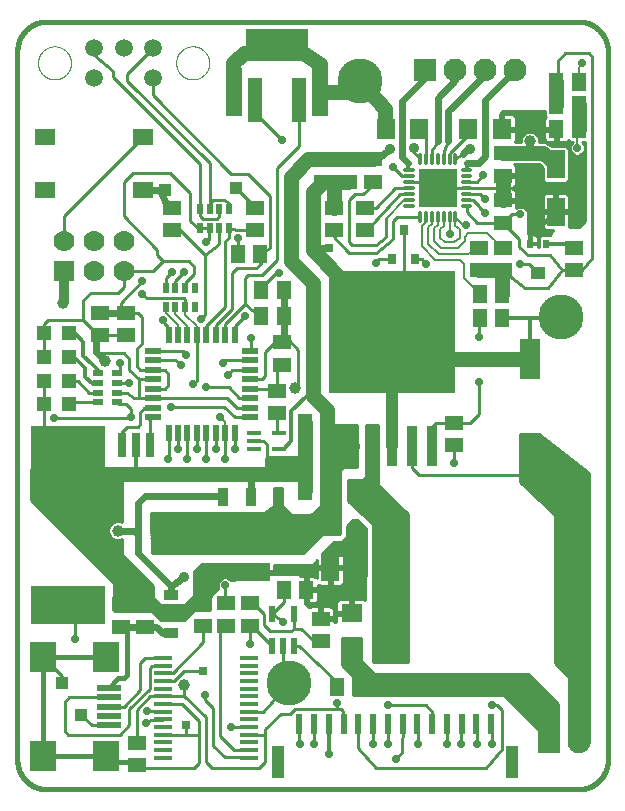
<source format=gtl>
G75*
%MOIN*%
%OFA0B0*%
%FSLAX25Y25*%
%IPPOS*%
%LPD*%
%AMOC8*
5,1,8,0,0,1.08239X$1,22.5*
%
%ADD10C,0.01600*%
%ADD11R,0.05118X0.05906*%
%ADD12R,0.05906X0.05118*%
%ADD13R,0.05906X0.09449*%
%ADD14R,0.06693X0.13386*%
%ADD15R,0.04600X0.03800*%
%ADD16R,0.05000X0.07000*%
%ADD17R,0.05906X0.01575*%
%ADD18C,0.07000*%
%ADD19R,0.07000X0.07000*%
%ADD20C,0.07600*%
%ADD21R,0.07600X0.07600*%
%ADD22R,0.02362X0.06693*%
%ADD23R,0.03937X0.10630*%
%ADD24R,0.12402X0.49213*%
%ADD25R,0.04724X0.04724*%
%ADD26R,0.08661X0.09843*%
%ADD27R,0.07874X0.01969*%
%ADD28R,0.25000X0.15000*%
%ADD29R,0.25000X0.13000*%
%ADD30R,0.16000X0.13000*%
%ADD31R,0.07098X0.06299*%
%ADD32R,0.06299X0.07098*%
%ADD33R,0.04724X0.04331*%
%ADD34R,0.02264X0.03150*%
%ADD35R,0.03600X0.02400*%
%ADD36R,0.02400X0.03600*%
%ADD37R,0.03500X0.06400*%
%ADD38R,0.12500X0.06400*%
%ADD39R,0.04600X0.01400*%
%ADD40R,0.05800X0.02000*%
%ADD41R,0.02000X0.05800*%
%ADD42R,0.03800X0.13800*%
%ADD43R,0.42200X0.40800*%
%ADD44C,0.01181*%
%ADD45R,0.12500X0.12500*%
%ADD46R,0.02200X0.05200*%
%ADD47R,0.02756X0.07874*%
%ADD48R,0.02600X0.03600*%
%ADD49R,0.20984X0.10984*%
%ADD50R,0.05748X0.16496*%
%ADD51R,0.04744X0.14803*%
%ADD52C,0.05937*%
%ADD53C,0.00000*%
%ADD54R,0.06890X0.05512*%
%ADD55C,0.02781*%
%ADD56C,0.01000*%
%ADD57C,0.00630*%
%ADD58C,0.05000*%
%ADD59C,0.01200*%
%ADD60C,0.03569*%
%ADD61C,0.03937*%
%ADD62C,0.15000*%
%ADD63C,0.02400*%
%ADD64R,0.02781X0.02781*%
%ADD65C,0.03962*%
%ADD66R,0.03962X0.03962*%
%ADD67C,0.03200*%
%ADD68C,0.01102*%
%ADD69C,0.00709*%
D10*
X0036217Y0038461D02*
X0036217Y0274681D01*
X0036220Y0274919D01*
X0036228Y0275157D01*
X0036243Y0275394D01*
X0036263Y0275631D01*
X0036289Y0275867D01*
X0036320Y0276103D01*
X0036357Y0276338D01*
X0036400Y0276572D01*
X0036449Y0276805D01*
X0036503Y0277037D01*
X0036563Y0277267D01*
X0036628Y0277496D01*
X0036699Y0277723D01*
X0036775Y0277948D01*
X0036857Y0278171D01*
X0036944Y0278393D01*
X0037036Y0278612D01*
X0037134Y0278829D01*
X0037236Y0279043D01*
X0037344Y0279255D01*
X0037458Y0279465D01*
X0037576Y0279671D01*
X0037699Y0279875D01*
X0037827Y0280075D01*
X0037959Y0280272D01*
X0038097Y0280467D01*
X0038239Y0280657D01*
X0038386Y0280845D01*
X0038537Y0281028D01*
X0038692Y0281208D01*
X0038852Y0281384D01*
X0039016Y0281556D01*
X0039185Y0281725D01*
X0039357Y0281889D01*
X0039533Y0282049D01*
X0039713Y0282204D01*
X0039896Y0282355D01*
X0040084Y0282502D01*
X0040274Y0282644D01*
X0040469Y0282782D01*
X0040666Y0282914D01*
X0040866Y0283042D01*
X0041070Y0283165D01*
X0041276Y0283283D01*
X0041486Y0283397D01*
X0041698Y0283505D01*
X0041912Y0283607D01*
X0042129Y0283705D01*
X0042348Y0283797D01*
X0042570Y0283884D01*
X0042793Y0283966D01*
X0043018Y0284042D01*
X0043245Y0284113D01*
X0043474Y0284178D01*
X0043704Y0284238D01*
X0043936Y0284292D01*
X0044169Y0284341D01*
X0044403Y0284384D01*
X0044638Y0284421D01*
X0044874Y0284452D01*
X0045110Y0284478D01*
X0045347Y0284498D01*
X0045584Y0284513D01*
X0045822Y0284521D01*
X0046060Y0284524D01*
X0223225Y0284524D01*
X0223463Y0284521D01*
X0223701Y0284513D01*
X0223938Y0284498D01*
X0224175Y0284478D01*
X0224411Y0284452D01*
X0224647Y0284421D01*
X0224882Y0284384D01*
X0225116Y0284341D01*
X0225349Y0284292D01*
X0225581Y0284238D01*
X0225811Y0284178D01*
X0226040Y0284113D01*
X0226267Y0284042D01*
X0226492Y0283966D01*
X0226715Y0283884D01*
X0226937Y0283797D01*
X0227156Y0283705D01*
X0227373Y0283607D01*
X0227587Y0283505D01*
X0227799Y0283397D01*
X0228009Y0283283D01*
X0228215Y0283165D01*
X0228419Y0283042D01*
X0228619Y0282914D01*
X0228816Y0282782D01*
X0229011Y0282644D01*
X0229201Y0282502D01*
X0229389Y0282355D01*
X0229572Y0282204D01*
X0229752Y0282049D01*
X0229928Y0281889D01*
X0230100Y0281725D01*
X0230269Y0281556D01*
X0230433Y0281384D01*
X0230593Y0281208D01*
X0230748Y0281028D01*
X0230899Y0280845D01*
X0231046Y0280657D01*
X0231188Y0280467D01*
X0231326Y0280272D01*
X0231458Y0280075D01*
X0231586Y0279875D01*
X0231709Y0279671D01*
X0231827Y0279465D01*
X0231941Y0279255D01*
X0232049Y0279043D01*
X0232151Y0278829D01*
X0232249Y0278612D01*
X0232341Y0278393D01*
X0232428Y0278171D01*
X0232510Y0277948D01*
X0232586Y0277723D01*
X0232657Y0277496D01*
X0232722Y0277267D01*
X0232782Y0277037D01*
X0232836Y0276805D01*
X0232885Y0276572D01*
X0232928Y0276338D01*
X0232965Y0276103D01*
X0232996Y0275867D01*
X0233022Y0275631D01*
X0233042Y0275394D01*
X0233057Y0275157D01*
X0233065Y0274919D01*
X0233068Y0274681D01*
X0233068Y0038461D01*
X0233065Y0038223D01*
X0233057Y0037985D01*
X0233042Y0037748D01*
X0233022Y0037511D01*
X0232996Y0037275D01*
X0232965Y0037039D01*
X0232928Y0036804D01*
X0232885Y0036570D01*
X0232836Y0036337D01*
X0232782Y0036105D01*
X0232722Y0035875D01*
X0232657Y0035646D01*
X0232586Y0035419D01*
X0232510Y0035194D01*
X0232428Y0034971D01*
X0232341Y0034749D01*
X0232249Y0034530D01*
X0232151Y0034313D01*
X0232049Y0034099D01*
X0231941Y0033887D01*
X0231827Y0033677D01*
X0231709Y0033471D01*
X0231586Y0033267D01*
X0231458Y0033067D01*
X0231326Y0032870D01*
X0231188Y0032675D01*
X0231046Y0032485D01*
X0230899Y0032297D01*
X0230748Y0032114D01*
X0230593Y0031934D01*
X0230433Y0031758D01*
X0230269Y0031586D01*
X0230100Y0031417D01*
X0229928Y0031253D01*
X0229752Y0031093D01*
X0229572Y0030938D01*
X0229389Y0030787D01*
X0229201Y0030640D01*
X0229011Y0030498D01*
X0228816Y0030360D01*
X0228619Y0030228D01*
X0228419Y0030100D01*
X0228215Y0029977D01*
X0228009Y0029859D01*
X0227799Y0029745D01*
X0227587Y0029637D01*
X0227373Y0029535D01*
X0227156Y0029437D01*
X0226937Y0029345D01*
X0226715Y0029258D01*
X0226492Y0029176D01*
X0226267Y0029100D01*
X0226040Y0029029D01*
X0225811Y0028964D01*
X0225581Y0028904D01*
X0225349Y0028850D01*
X0225116Y0028801D01*
X0224882Y0028758D01*
X0224647Y0028721D01*
X0224411Y0028690D01*
X0224175Y0028664D01*
X0223938Y0028644D01*
X0223701Y0028629D01*
X0223463Y0028621D01*
X0223225Y0028618D01*
X0046060Y0028618D01*
X0045822Y0028621D01*
X0045584Y0028629D01*
X0045347Y0028644D01*
X0045110Y0028664D01*
X0044874Y0028690D01*
X0044638Y0028721D01*
X0044403Y0028758D01*
X0044169Y0028801D01*
X0043936Y0028850D01*
X0043704Y0028904D01*
X0043474Y0028964D01*
X0043245Y0029029D01*
X0043018Y0029100D01*
X0042793Y0029176D01*
X0042570Y0029258D01*
X0042348Y0029345D01*
X0042129Y0029437D01*
X0041912Y0029535D01*
X0041698Y0029637D01*
X0041486Y0029745D01*
X0041276Y0029859D01*
X0041070Y0029977D01*
X0040866Y0030100D01*
X0040666Y0030228D01*
X0040469Y0030360D01*
X0040274Y0030498D01*
X0040084Y0030640D01*
X0039896Y0030787D01*
X0039713Y0030938D01*
X0039533Y0031093D01*
X0039357Y0031253D01*
X0039185Y0031417D01*
X0039016Y0031586D01*
X0038852Y0031758D01*
X0038692Y0031934D01*
X0038537Y0032114D01*
X0038386Y0032297D01*
X0038239Y0032485D01*
X0038097Y0032675D01*
X0037959Y0032870D01*
X0037827Y0033067D01*
X0037699Y0033267D01*
X0037576Y0033471D01*
X0037458Y0033677D01*
X0037344Y0033887D01*
X0037236Y0034099D01*
X0037134Y0034313D01*
X0037036Y0034530D01*
X0036944Y0034749D01*
X0036857Y0034971D01*
X0036775Y0035194D01*
X0036699Y0035419D01*
X0036628Y0035646D01*
X0036563Y0035875D01*
X0036503Y0036105D01*
X0036449Y0036337D01*
X0036400Y0036570D01*
X0036357Y0036804D01*
X0036320Y0037039D01*
X0036289Y0037275D01*
X0036263Y0037511D01*
X0036243Y0037748D01*
X0036228Y0037985D01*
X0036220Y0038223D01*
X0036217Y0038461D01*
X0044879Y0039642D02*
X0044879Y0072713D01*
X0065745Y0072713D01*
X0069879Y0065626D02*
X0066729Y0062476D01*
X0069879Y0065626D02*
X0071650Y0065626D01*
X0072831Y0066807D01*
X0072831Y0080823D01*
X0070902Y0082752D01*
X0065745Y0039642D02*
X0044879Y0039642D01*
X0065745Y0039642D02*
X0065745Y0039248D01*
X0067320Y0037673D01*
X0075784Y0037673D01*
X0075981Y0036689D01*
D11*
X0124997Y0095154D03*
X0132477Y0095154D03*
X0142713Y0062870D03*
X0150194Y0062870D03*
X0139564Y0142398D03*
X0132083Y0142398D03*
X0132083Y0150705D03*
X0139564Y0150705D03*
X0124997Y0186492D03*
X0117516Y0186492D03*
X0117516Y0195154D03*
X0124997Y0195154D03*
X0117123Y0206965D03*
X0109642Y0206965D03*
X0190351Y0193579D03*
X0197831Y0193579D03*
X0197831Y0185705D03*
X0190351Y0185705D03*
X0215942Y0248697D03*
X0223422Y0248697D03*
X0223422Y0256571D03*
X0215942Y0256571D03*
X0215942Y0264445D03*
X0223422Y0264445D03*
D12*
X0198028Y0240626D03*
X0198028Y0233146D03*
X0198028Y0224878D03*
X0198028Y0217398D03*
X0198028Y0209130D03*
X0198028Y0201650D03*
X0190154Y0201650D03*
X0190154Y0209130D03*
X0221650Y0209130D03*
X0221650Y0201650D03*
X0181886Y0150862D03*
X0181886Y0143382D03*
X0137398Y0085508D03*
X0137398Y0078028D03*
X0113776Y0083146D03*
X0113776Y0090626D03*
X0105902Y0090626D03*
X0105902Y0083146D03*
X0098028Y0083146D03*
X0098028Y0090626D03*
X0078737Y0090232D03*
X0078737Y0082752D03*
X0070902Y0082752D03*
X0070902Y0090232D03*
X0075981Y0044169D03*
X0075981Y0036689D03*
X0122831Y0154012D03*
X0122831Y0161492D03*
X0124406Y0170154D03*
X0124406Y0177634D03*
X0115351Y0215035D03*
X0115351Y0222516D03*
X0138186Y0231177D03*
X0138186Y0238657D03*
X0146453Y0238657D03*
X0146453Y0231177D03*
X0154721Y0231177D03*
X0154721Y0238657D03*
X0151965Y0222516D03*
X0151965Y0215035D03*
X0141729Y0215035D03*
X0141729Y0222516D03*
X0087792Y0222516D03*
X0087792Y0215035D03*
X0072438Y0187476D03*
X0072438Y0179996D03*
X0063776Y0179996D03*
X0063776Y0187476D03*
D13*
X0140548Y0118382D03*
X0140548Y0102634D03*
X0215745Y0221138D03*
X0215745Y0236886D03*
D14*
X0207083Y0171925D03*
X0207083Y0140429D03*
D15*
X0087398Y0093500D03*
X0087398Y0080600D03*
D16*
X0132046Y0128224D03*
X0148816Y0128224D03*
D17*
X0113481Y0072417D03*
X0113481Y0069858D03*
X0113481Y0067299D03*
X0113481Y0064740D03*
X0113481Y0062181D03*
X0113481Y0059622D03*
X0113481Y0057063D03*
X0113481Y0054504D03*
X0113481Y0051945D03*
X0113481Y0049386D03*
X0113481Y0046827D03*
X0113481Y0044268D03*
X0113481Y0041709D03*
X0113481Y0039150D03*
X0084938Y0039150D03*
X0084938Y0041709D03*
X0084938Y0044268D03*
X0084938Y0046827D03*
X0084938Y0049386D03*
X0084938Y0051945D03*
X0084938Y0054504D03*
X0084938Y0057063D03*
X0084938Y0059622D03*
X0084938Y0062181D03*
X0084938Y0064740D03*
X0084938Y0067299D03*
X0084938Y0069858D03*
X0084938Y0072417D03*
D18*
X0071650Y0201295D03*
X0061650Y0201295D03*
X0061650Y0211295D03*
X0051650Y0211295D03*
X0071650Y0211295D03*
D19*
X0051650Y0201295D03*
D20*
X0181965Y0268382D03*
X0191965Y0268382D03*
X0201965Y0268382D03*
X0223383Y0044366D03*
D21*
X0213383Y0044366D03*
X0171965Y0268382D03*
D22*
X0169583Y0050272D03*
X0164662Y0050272D03*
X0159741Y0050272D03*
X0154820Y0050272D03*
X0149898Y0050272D03*
X0144977Y0050272D03*
X0140056Y0050272D03*
X0135135Y0050272D03*
X0130213Y0050272D03*
X0174505Y0050272D03*
X0179426Y0050272D03*
X0184347Y0050272D03*
X0189268Y0050272D03*
X0194190Y0050272D03*
D23*
X0201276Y0037673D03*
X0123127Y0037673D03*
D24*
X0160725Y0095547D03*
X0221158Y0095547D03*
D25*
X0053343Y0156965D03*
X0053343Y0164839D03*
X0053343Y0172713D03*
X0053343Y0180587D03*
X0045075Y0180587D03*
X0045075Y0172713D03*
X0045075Y0164839D03*
X0045075Y0156965D03*
D26*
X0044879Y0072713D03*
X0065745Y0072713D03*
X0065745Y0039642D03*
X0044879Y0039642D03*
D27*
X0066729Y0049878D03*
X0066729Y0053028D03*
X0066729Y0056177D03*
X0066729Y0059327D03*
X0066729Y0062476D03*
D28*
X0052986Y0142501D03*
D29*
X0052986Y0090201D03*
D30*
X0088986Y0114201D03*
D31*
X0147635Y0087366D03*
X0147635Y0076169D03*
D32*
X0158965Y0248697D03*
X0170162Y0248697D03*
X0186524Y0248697D03*
X0197721Y0248697D03*
D33*
X0209839Y0200665D03*
D34*
X0207231Y0210508D03*
X0212448Y0210508D03*
D35*
X0069288Y0167276D03*
X0069288Y0164076D03*
X0069288Y0160876D03*
X0069288Y0157676D03*
X0062988Y0157676D03*
X0062988Y0160876D03*
X0062988Y0164076D03*
X0062988Y0167276D03*
D36*
X0085748Y0189287D03*
X0088948Y0189287D03*
X0092148Y0189287D03*
X0095348Y0189287D03*
X0095348Y0195587D03*
X0092148Y0195587D03*
X0088948Y0195587D03*
X0085748Y0195587D03*
X0097165Y0215626D03*
X0100365Y0215626D03*
X0103565Y0215626D03*
X0106765Y0215626D03*
X0106765Y0221926D03*
X0103565Y0221926D03*
X0100365Y0221926D03*
X0097165Y0221926D03*
D37*
X0104873Y0126139D03*
X0113973Y0126139D03*
X0123073Y0126139D03*
D38*
X0113973Y0100939D03*
D39*
X0115188Y0142160D03*
X0115188Y0144760D03*
X0115188Y0147360D03*
X0123388Y0147360D03*
X0123388Y0142160D03*
D40*
X0113835Y0152697D03*
X0113835Y0155797D03*
X0113835Y0158997D03*
X0113835Y0162097D03*
X0113835Y0165297D03*
X0113835Y0168397D03*
X0113835Y0171597D03*
X0113835Y0174697D03*
X0081435Y0174697D03*
X0081435Y0171597D03*
X0081435Y0168397D03*
X0081435Y0165297D03*
X0081435Y0162097D03*
X0081435Y0158997D03*
X0081435Y0155797D03*
X0081435Y0152697D03*
D41*
X0086635Y0147497D03*
X0089735Y0147497D03*
X0092935Y0147497D03*
X0096035Y0147497D03*
X0099235Y0147497D03*
X0102335Y0147497D03*
X0105535Y0147497D03*
X0108635Y0147497D03*
X0108635Y0179897D03*
X0105535Y0179897D03*
X0102335Y0179897D03*
X0099235Y0179897D03*
X0096035Y0179897D03*
X0092935Y0179897D03*
X0089735Y0179897D03*
X0086635Y0179897D03*
D42*
X0147635Y0142980D03*
X0154327Y0142980D03*
X0161020Y0142980D03*
X0167713Y0142980D03*
X0174406Y0142980D03*
D43*
X0161020Y0180980D03*
D44*
X0170469Y0220666D02*
X0170469Y0220666D01*
X0170469Y0218146D01*
X0170469Y0218146D01*
X0170469Y0220666D01*
X0170469Y0219326D02*
X0170469Y0219326D01*
X0170469Y0220506D02*
X0170469Y0220506D01*
X0172438Y0220666D02*
X0172438Y0220666D01*
X0172438Y0218146D01*
X0172438Y0218146D01*
X0172438Y0220666D01*
X0172438Y0219326D02*
X0172438Y0219326D01*
X0172438Y0220506D02*
X0172438Y0220506D01*
X0174406Y0220666D02*
X0174406Y0220666D01*
X0174406Y0218146D01*
X0174406Y0218146D01*
X0174406Y0220666D01*
X0174406Y0219326D02*
X0174406Y0219326D01*
X0174406Y0220506D02*
X0174406Y0220506D01*
X0176375Y0220666D02*
X0176375Y0220666D01*
X0176375Y0218146D01*
X0176375Y0218146D01*
X0176375Y0220666D01*
X0176375Y0219326D02*
X0176375Y0219326D01*
X0176375Y0220506D02*
X0176375Y0220506D01*
X0178343Y0220666D02*
X0178343Y0220666D01*
X0178343Y0218146D01*
X0178343Y0218146D01*
X0178343Y0220666D01*
X0178343Y0219326D02*
X0178343Y0219326D01*
X0178343Y0220506D02*
X0178343Y0220506D01*
X0180312Y0220666D02*
X0180312Y0220666D01*
X0180312Y0218146D01*
X0180312Y0218146D01*
X0180312Y0220666D01*
X0180312Y0219326D02*
X0180312Y0219326D01*
X0180312Y0220506D02*
X0180312Y0220506D01*
X0182280Y0220666D02*
X0182280Y0220666D01*
X0182280Y0218146D01*
X0182280Y0218146D01*
X0182280Y0220666D01*
X0182280Y0219326D02*
X0182280Y0219326D01*
X0182280Y0220506D02*
X0182280Y0220506D01*
X0184721Y0223106D02*
X0184721Y0223106D01*
X0187241Y0223106D01*
X0187241Y0223106D01*
X0184721Y0223106D01*
X0184721Y0225075D02*
X0184721Y0225075D01*
X0187241Y0225075D01*
X0187241Y0225075D01*
X0184721Y0225075D01*
X0184721Y0227043D02*
X0184721Y0227043D01*
X0187241Y0227043D01*
X0187241Y0227043D01*
X0184721Y0227043D01*
X0184721Y0229012D02*
X0184721Y0229012D01*
X0187241Y0229012D01*
X0187241Y0229012D01*
X0184721Y0229012D01*
X0184721Y0230980D02*
X0184721Y0230980D01*
X0187241Y0230980D01*
X0187241Y0230980D01*
X0184721Y0230980D01*
X0184721Y0232949D02*
X0184721Y0232949D01*
X0187241Y0232949D01*
X0187241Y0232949D01*
X0184721Y0232949D01*
X0184721Y0234917D02*
X0184721Y0234917D01*
X0187241Y0234917D01*
X0187241Y0234917D01*
X0184721Y0234917D01*
X0182280Y0237358D02*
X0182280Y0237358D01*
X0182280Y0239878D01*
X0182280Y0239878D01*
X0182280Y0237358D01*
X0182280Y0238538D02*
X0182280Y0238538D01*
X0182280Y0239718D02*
X0182280Y0239718D01*
X0180312Y0237358D02*
X0180312Y0237358D01*
X0180312Y0239878D01*
X0180312Y0239878D01*
X0180312Y0237358D01*
X0180312Y0238538D02*
X0180312Y0238538D01*
X0180312Y0239718D02*
X0180312Y0239718D01*
X0178343Y0237358D02*
X0178343Y0237358D01*
X0178343Y0239878D01*
X0178343Y0239878D01*
X0178343Y0237358D01*
X0178343Y0238538D02*
X0178343Y0238538D01*
X0178343Y0239718D02*
X0178343Y0239718D01*
X0176375Y0237358D02*
X0176375Y0237358D01*
X0176375Y0239878D01*
X0176375Y0239878D01*
X0176375Y0237358D01*
X0176375Y0238538D02*
X0176375Y0238538D01*
X0176375Y0239718D02*
X0176375Y0239718D01*
X0174406Y0237358D02*
X0174406Y0237358D01*
X0174406Y0239878D01*
X0174406Y0239878D01*
X0174406Y0237358D01*
X0174406Y0238538D02*
X0174406Y0238538D01*
X0174406Y0239718D02*
X0174406Y0239718D01*
X0172438Y0237358D02*
X0172438Y0237358D01*
X0172438Y0239878D01*
X0172438Y0239878D01*
X0172438Y0237358D01*
X0172438Y0238538D02*
X0172438Y0238538D01*
X0172438Y0239718D02*
X0172438Y0239718D01*
X0170469Y0237358D02*
X0170469Y0237358D01*
X0170469Y0239878D01*
X0170469Y0239878D01*
X0170469Y0237358D01*
X0170469Y0238538D02*
X0170469Y0238538D01*
X0170469Y0239718D02*
X0170469Y0239718D01*
X0168028Y0234917D02*
X0168028Y0234917D01*
X0165508Y0234917D01*
X0165508Y0234917D01*
X0168028Y0234917D01*
X0168028Y0232949D02*
X0168028Y0232949D01*
X0165508Y0232949D01*
X0165508Y0232949D01*
X0168028Y0232949D01*
X0168029Y0230980D02*
X0168029Y0230980D01*
X0165509Y0230980D01*
X0165509Y0230980D01*
X0168029Y0230980D01*
X0168029Y0229012D02*
X0168029Y0229012D01*
X0165509Y0229012D01*
X0165509Y0229012D01*
X0168029Y0229012D01*
X0168029Y0227043D02*
X0168029Y0227043D01*
X0165509Y0227043D01*
X0165509Y0227043D01*
X0168029Y0227043D01*
X0168029Y0225075D02*
X0168029Y0225075D01*
X0165509Y0225075D01*
X0165509Y0225075D01*
X0168029Y0225075D01*
X0168029Y0223106D02*
X0168029Y0223106D01*
X0165509Y0223106D01*
X0165509Y0223106D01*
X0168029Y0223106D01*
D45*
X0176375Y0229012D03*
D46*
X0128500Y0087168D03*
X0121100Y0087168D03*
X0121100Y0076368D03*
X0124800Y0076368D03*
X0128500Y0076368D03*
D47*
X0080504Y0143539D03*
X0075784Y0143539D03*
X0071064Y0143539D03*
D48*
X0161217Y0205214D03*
X0168698Y0205214D03*
X0164957Y0215014D03*
D49*
X0122831Y0276551D03*
D50*
X0108461Y0261000D03*
X0137201Y0261000D03*
D51*
X0130203Y0258461D03*
X0115459Y0258461D03*
D52*
X0081493Y0265823D03*
X0081493Y0275665D03*
X0071650Y0275665D03*
X0061808Y0275665D03*
X0061808Y0265823D03*
D53*
X0043107Y0270744D02*
X0043109Y0270892D01*
X0043115Y0271040D01*
X0043125Y0271188D01*
X0043139Y0271335D01*
X0043157Y0271482D01*
X0043178Y0271628D01*
X0043204Y0271774D01*
X0043234Y0271919D01*
X0043267Y0272063D01*
X0043305Y0272206D01*
X0043346Y0272348D01*
X0043391Y0272489D01*
X0043439Y0272629D01*
X0043492Y0272768D01*
X0043548Y0272905D01*
X0043608Y0273040D01*
X0043671Y0273174D01*
X0043738Y0273306D01*
X0043809Y0273436D01*
X0043883Y0273564D01*
X0043960Y0273690D01*
X0044041Y0273814D01*
X0044125Y0273936D01*
X0044212Y0274055D01*
X0044303Y0274172D01*
X0044397Y0274287D01*
X0044493Y0274399D01*
X0044593Y0274509D01*
X0044695Y0274615D01*
X0044801Y0274719D01*
X0044909Y0274820D01*
X0045020Y0274918D01*
X0045133Y0275014D01*
X0045249Y0275106D01*
X0045367Y0275195D01*
X0045488Y0275280D01*
X0045611Y0275363D01*
X0045736Y0275442D01*
X0045863Y0275518D01*
X0045992Y0275590D01*
X0046123Y0275659D01*
X0046256Y0275724D01*
X0046391Y0275785D01*
X0046527Y0275843D01*
X0046664Y0275898D01*
X0046803Y0275948D01*
X0046944Y0275995D01*
X0047085Y0276038D01*
X0047228Y0276078D01*
X0047372Y0276113D01*
X0047516Y0276145D01*
X0047662Y0276172D01*
X0047808Y0276196D01*
X0047955Y0276216D01*
X0048102Y0276232D01*
X0048249Y0276244D01*
X0048397Y0276252D01*
X0048545Y0276256D01*
X0048693Y0276256D01*
X0048841Y0276252D01*
X0048989Y0276244D01*
X0049136Y0276232D01*
X0049283Y0276216D01*
X0049430Y0276196D01*
X0049576Y0276172D01*
X0049722Y0276145D01*
X0049866Y0276113D01*
X0050010Y0276078D01*
X0050153Y0276038D01*
X0050294Y0275995D01*
X0050435Y0275948D01*
X0050574Y0275898D01*
X0050711Y0275843D01*
X0050847Y0275785D01*
X0050982Y0275724D01*
X0051115Y0275659D01*
X0051246Y0275590D01*
X0051375Y0275518D01*
X0051502Y0275442D01*
X0051627Y0275363D01*
X0051750Y0275280D01*
X0051871Y0275195D01*
X0051989Y0275106D01*
X0052105Y0275014D01*
X0052218Y0274918D01*
X0052329Y0274820D01*
X0052437Y0274719D01*
X0052543Y0274615D01*
X0052645Y0274509D01*
X0052745Y0274399D01*
X0052841Y0274287D01*
X0052935Y0274172D01*
X0053026Y0274055D01*
X0053113Y0273936D01*
X0053197Y0273814D01*
X0053278Y0273690D01*
X0053355Y0273564D01*
X0053429Y0273436D01*
X0053500Y0273306D01*
X0053567Y0273174D01*
X0053630Y0273040D01*
X0053690Y0272905D01*
X0053746Y0272768D01*
X0053799Y0272629D01*
X0053847Y0272489D01*
X0053892Y0272348D01*
X0053933Y0272206D01*
X0053971Y0272063D01*
X0054004Y0271919D01*
X0054034Y0271774D01*
X0054060Y0271628D01*
X0054081Y0271482D01*
X0054099Y0271335D01*
X0054113Y0271188D01*
X0054123Y0271040D01*
X0054129Y0270892D01*
X0054131Y0270744D01*
X0054129Y0270596D01*
X0054123Y0270448D01*
X0054113Y0270300D01*
X0054099Y0270153D01*
X0054081Y0270006D01*
X0054060Y0269860D01*
X0054034Y0269714D01*
X0054004Y0269569D01*
X0053971Y0269425D01*
X0053933Y0269282D01*
X0053892Y0269140D01*
X0053847Y0268999D01*
X0053799Y0268859D01*
X0053746Y0268720D01*
X0053690Y0268583D01*
X0053630Y0268448D01*
X0053567Y0268314D01*
X0053500Y0268182D01*
X0053429Y0268052D01*
X0053355Y0267924D01*
X0053278Y0267798D01*
X0053197Y0267674D01*
X0053113Y0267552D01*
X0053026Y0267433D01*
X0052935Y0267316D01*
X0052841Y0267201D01*
X0052745Y0267089D01*
X0052645Y0266979D01*
X0052543Y0266873D01*
X0052437Y0266769D01*
X0052329Y0266668D01*
X0052218Y0266570D01*
X0052105Y0266474D01*
X0051989Y0266382D01*
X0051871Y0266293D01*
X0051750Y0266208D01*
X0051627Y0266125D01*
X0051502Y0266046D01*
X0051375Y0265970D01*
X0051246Y0265898D01*
X0051115Y0265829D01*
X0050982Y0265764D01*
X0050847Y0265703D01*
X0050711Y0265645D01*
X0050574Y0265590D01*
X0050435Y0265540D01*
X0050294Y0265493D01*
X0050153Y0265450D01*
X0050010Y0265410D01*
X0049866Y0265375D01*
X0049722Y0265343D01*
X0049576Y0265316D01*
X0049430Y0265292D01*
X0049283Y0265272D01*
X0049136Y0265256D01*
X0048989Y0265244D01*
X0048841Y0265236D01*
X0048693Y0265232D01*
X0048545Y0265232D01*
X0048397Y0265236D01*
X0048249Y0265244D01*
X0048102Y0265256D01*
X0047955Y0265272D01*
X0047808Y0265292D01*
X0047662Y0265316D01*
X0047516Y0265343D01*
X0047372Y0265375D01*
X0047228Y0265410D01*
X0047085Y0265450D01*
X0046944Y0265493D01*
X0046803Y0265540D01*
X0046664Y0265590D01*
X0046527Y0265645D01*
X0046391Y0265703D01*
X0046256Y0265764D01*
X0046123Y0265829D01*
X0045992Y0265898D01*
X0045863Y0265970D01*
X0045736Y0266046D01*
X0045611Y0266125D01*
X0045488Y0266208D01*
X0045367Y0266293D01*
X0045249Y0266382D01*
X0045133Y0266474D01*
X0045020Y0266570D01*
X0044909Y0266668D01*
X0044801Y0266769D01*
X0044695Y0266873D01*
X0044593Y0266979D01*
X0044493Y0267089D01*
X0044397Y0267201D01*
X0044303Y0267316D01*
X0044212Y0267433D01*
X0044125Y0267552D01*
X0044041Y0267674D01*
X0043960Y0267798D01*
X0043883Y0267924D01*
X0043809Y0268052D01*
X0043738Y0268182D01*
X0043671Y0268314D01*
X0043608Y0268448D01*
X0043548Y0268583D01*
X0043492Y0268720D01*
X0043439Y0268859D01*
X0043391Y0268999D01*
X0043346Y0269140D01*
X0043305Y0269282D01*
X0043267Y0269425D01*
X0043234Y0269569D01*
X0043204Y0269714D01*
X0043178Y0269860D01*
X0043157Y0270006D01*
X0043139Y0270153D01*
X0043125Y0270300D01*
X0043115Y0270448D01*
X0043109Y0270596D01*
X0043107Y0270744D01*
X0089170Y0270744D02*
X0089172Y0270892D01*
X0089178Y0271040D01*
X0089188Y0271188D01*
X0089202Y0271335D01*
X0089220Y0271482D01*
X0089241Y0271628D01*
X0089267Y0271774D01*
X0089297Y0271919D01*
X0089330Y0272063D01*
X0089368Y0272206D01*
X0089409Y0272348D01*
X0089454Y0272489D01*
X0089502Y0272629D01*
X0089555Y0272768D01*
X0089611Y0272905D01*
X0089671Y0273040D01*
X0089734Y0273174D01*
X0089801Y0273306D01*
X0089872Y0273436D01*
X0089946Y0273564D01*
X0090023Y0273690D01*
X0090104Y0273814D01*
X0090188Y0273936D01*
X0090275Y0274055D01*
X0090366Y0274172D01*
X0090460Y0274287D01*
X0090556Y0274399D01*
X0090656Y0274509D01*
X0090758Y0274615D01*
X0090864Y0274719D01*
X0090972Y0274820D01*
X0091083Y0274918D01*
X0091196Y0275014D01*
X0091312Y0275106D01*
X0091430Y0275195D01*
X0091551Y0275280D01*
X0091674Y0275363D01*
X0091799Y0275442D01*
X0091926Y0275518D01*
X0092055Y0275590D01*
X0092186Y0275659D01*
X0092319Y0275724D01*
X0092454Y0275785D01*
X0092590Y0275843D01*
X0092727Y0275898D01*
X0092866Y0275948D01*
X0093007Y0275995D01*
X0093148Y0276038D01*
X0093291Y0276078D01*
X0093435Y0276113D01*
X0093579Y0276145D01*
X0093725Y0276172D01*
X0093871Y0276196D01*
X0094018Y0276216D01*
X0094165Y0276232D01*
X0094312Y0276244D01*
X0094460Y0276252D01*
X0094608Y0276256D01*
X0094756Y0276256D01*
X0094904Y0276252D01*
X0095052Y0276244D01*
X0095199Y0276232D01*
X0095346Y0276216D01*
X0095493Y0276196D01*
X0095639Y0276172D01*
X0095785Y0276145D01*
X0095929Y0276113D01*
X0096073Y0276078D01*
X0096216Y0276038D01*
X0096357Y0275995D01*
X0096498Y0275948D01*
X0096637Y0275898D01*
X0096774Y0275843D01*
X0096910Y0275785D01*
X0097045Y0275724D01*
X0097178Y0275659D01*
X0097309Y0275590D01*
X0097438Y0275518D01*
X0097565Y0275442D01*
X0097690Y0275363D01*
X0097813Y0275280D01*
X0097934Y0275195D01*
X0098052Y0275106D01*
X0098168Y0275014D01*
X0098281Y0274918D01*
X0098392Y0274820D01*
X0098500Y0274719D01*
X0098606Y0274615D01*
X0098708Y0274509D01*
X0098808Y0274399D01*
X0098904Y0274287D01*
X0098998Y0274172D01*
X0099089Y0274055D01*
X0099176Y0273936D01*
X0099260Y0273814D01*
X0099341Y0273690D01*
X0099418Y0273564D01*
X0099492Y0273436D01*
X0099563Y0273306D01*
X0099630Y0273174D01*
X0099693Y0273040D01*
X0099753Y0272905D01*
X0099809Y0272768D01*
X0099862Y0272629D01*
X0099910Y0272489D01*
X0099955Y0272348D01*
X0099996Y0272206D01*
X0100034Y0272063D01*
X0100067Y0271919D01*
X0100097Y0271774D01*
X0100123Y0271628D01*
X0100144Y0271482D01*
X0100162Y0271335D01*
X0100176Y0271188D01*
X0100186Y0271040D01*
X0100192Y0270892D01*
X0100194Y0270744D01*
X0100192Y0270596D01*
X0100186Y0270448D01*
X0100176Y0270300D01*
X0100162Y0270153D01*
X0100144Y0270006D01*
X0100123Y0269860D01*
X0100097Y0269714D01*
X0100067Y0269569D01*
X0100034Y0269425D01*
X0099996Y0269282D01*
X0099955Y0269140D01*
X0099910Y0268999D01*
X0099862Y0268859D01*
X0099809Y0268720D01*
X0099753Y0268583D01*
X0099693Y0268448D01*
X0099630Y0268314D01*
X0099563Y0268182D01*
X0099492Y0268052D01*
X0099418Y0267924D01*
X0099341Y0267798D01*
X0099260Y0267674D01*
X0099176Y0267552D01*
X0099089Y0267433D01*
X0098998Y0267316D01*
X0098904Y0267201D01*
X0098808Y0267089D01*
X0098708Y0266979D01*
X0098606Y0266873D01*
X0098500Y0266769D01*
X0098392Y0266668D01*
X0098281Y0266570D01*
X0098168Y0266474D01*
X0098052Y0266382D01*
X0097934Y0266293D01*
X0097813Y0266208D01*
X0097690Y0266125D01*
X0097565Y0266046D01*
X0097438Y0265970D01*
X0097309Y0265898D01*
X0097178Y0265829D01*
X0097045Y0265764D01*
X0096910Y0265703D01*
X0096774Y0265645D01*
X0096637Y0265590D01*
X0096498Y0265540D01*
X0096357Y0265493D01*
X0096216Y0265450D01*
X0096073Y0265410D01*
X0095929Y0265375D01*
X0095785Y0265343D01*
X0095639Y0265316D01*
X0095493Y0265292D01*
X0095346Y0265272D01*
X0095199Y0265256D01*
X0095052Y0265244D01*
X0094904Y0265236D01*
X0094756Y0265232D01*
X0094608Y0265232D01*
X0094460Y0265236D01*
X0094312Y0265244D01*
X0094165Y0265256D01*
X0094018Y0265272D01*
X0093871Y0265292D01*
X0093725Y0265316D01*
X0093579Y0265343D01*
X0093435Y0265375D01*
X0093291Y0265410D01*
X0093148Y0265450D01*
X0093007Y0265493D01*
X0092866Y0265540D01*
X0092727Y0265590D01*
X0092590Y0265645D01*
X0092454Y0265703D01*
X0092319Y0265764D01*
X0092186Y0265829D01*
X0092055Y0265898D01*
X0091926Y0265970D01*
X0091799Y0266046D01*
X0091674Y0266125D01*
X0091551Y0266208D01*
X0091430Y0266293D01*
X0091312Y0266382D01*
X0091196Y0266474D01*
X0091083Y0266570D01*
X0090972Y0266668D01*
X0090864Y0266769D01*
X0090758Y0266873D01*
X0090656Y0266979D01*
X0090556Y0267089D01*
X0090460Y0267201D01*
X0090366Y0267316D01*
X0090275Y0267433D01*
X0090188Y0267552D01*
X0090104Y0267674D01*
X0090023Y0267798D01*
X0089946Y0267924D01*
X0089872Y0268052D01*
X0089801Y0268182D01*
X0089734Y0268314D01*
X0089671Y0268448D01*
X0089611Y0268583D01*
X0089555Y0268720D01*
X0089502Y0268859D01*
X0089454Y0268999D01*
X0089409Y0269140D01*
X0089368Y0269282D01*
X0089330Y0269425D01*
X0089297Y0269569D01*
X0089267Y0269714D01*
X0089241Y0269860D01*
X0089220Y0270006D01*
X0089202Y0270153D01*
X0089188Y0270300D01*
X0089178Y0270448D01*
X0089172Y0270596D01*
X0089170Y0270744D01*
D54*
X0078146Y0246138D03*
X0078146Y0228421D03*
X0045469Y0228421D03*
X0045469Y0246138D03*
D55*
X0077949Y0197909D03*
X0077949Y0193579D03*
X0084642Y0184917D03*
X0092516Y0173500D03*
X0090942Y0169957D03*
X0094879Y0163657D03*
X0099209Y0162870D03*
X0106296Y0166807D03*
X0104721Y0170744D03*
X0114170Y0179012D03*
X0112201Y0186492D03*
X0123619Y0200665D03*
X0109642Y0212280D03*
X0099209Y0210902D03*
X0091926Y0201059D03*
X0087792Y0201059D03*
X0097438Y0185311D03*
X0073619Y0164051D03*
X0070469Y0170744D03*
X0074012Y0152634D03*
X0087398Y0156177D03*
X0089760Y0142004D03*
X0086611Y0138854D03*
X0092910Y0138854D03*
X0096060Y0142004D03*
X0099209Y0138854D03*
X0102359Y0142004D03*
X0105509Y0138854D03*
X0108658Y0142004D03*
X0103934Y0152634D03*
X0105509Y0096728D03*
X0113776Y0077043D03*
X0124800Y0084524D03*
X0142910Y0057358D03*
X0135036Y0043579D03*
X0130312Y0043579D03*
X0140154Y0040429D03*
X0154721Y0043579D03*
X0159839Y0043579D03*
X0162398Y0038657D03*
X0169682Y0043579D03*
X0179524Y0043579D03*
X0184249Y0043579D03*
X0189367Y0043579D03*
X0194485Y0043579D03*
X0194485Y0056571D03*
X0159839Y0056571D03*
X0107477Y0049484D03*
X0098816Y0060114D03*
X0079524Y0054602D03*
X0079131Y0050665D03*
X0055509Y0078618D03*
X0048422Y0152240D03*
X0124603Y0244957D03*
X0161414Y0236098D03*
X0172438Y0232949D03*
X0176375Y0232949D03*
X0176375Y0229012D03*
X0172438Y0229012D03*
X0172438Y0225075D03*
X0176375Y0225075D03*
X0180312Y0229012D03*
X0180312Y0232949D03*
X0191335Y0233343D03*
X0192123Y0225469D03*
X0192123Y0220744D03*
X0185823Y0216807D03*
X0180312Y0213657D03*
X0172438Y0203815D03*
X0155902Y0204209D03*
X0190154Y0179406D03*
X0190154Y0164445D03*
X0181886Y0137280D03*
X0203934Y0203815D03*
X0203934Y0220350D03*
X0222831Y0242398D03*
X0224406Y0270744D03*
D56*
X0226768Y0273894D02*
X0218894Y0273894D01*
X0216532Y0271531D01*
X0216532Y0265035D01*
X0212095Y0254602D02*
X0212095Y0253085D01*
X0212396Y0252784D01*
X0212182Y0252571D01*
X0211985Y0252229D01*
X0211883Y0251847D01*
X0211883Y0249197D01*
X0215442Y0249197D01*
X0215442Y0248197D01*
X0216442Y0248197D01*
X0216442Y0244244D01*
X0218698Y0244244D01*
X0219080Y0244346D01*
X0219422Y0244544D01*
X0219701Y0244823D01*
X0219797Y0244989D01*
X0220330Y0244457D01*
X0221326Y0244457D01*
X0220695Y0243825D01*
X0220311Y0242899D01*
X0220311Y0241896D01*
X0220695Y0240970D01*
X0221404Y0240261D01*
X0222330Y0239877D01*
X0223333Y0239877D01*
X0224259Y0240261D01*
X0224968Y0240970D01*
X0225352Y0241896D01*
X0225352Y0242899D01*
X0224968Y0243825D01*
X0224337Y0244457D01*
X0225587Y0244457D01*
X0225587Y0217988D01*
X0223619Y0216020D01*
X0220145Y0216020D01*
X0220197Y0216216D01*
X0220197Y0220638D01*
X0216245Y0220638D01*
X0216245Y0221638D01*
X0220197Y0221638D01*
X0220197Y0226060D01*
X0220095Y0226441D01*
X0219898Y0226783D01*
X0219619Y0227062D01*
X0219276Y0227260D01*
X0218895Y0227362D01*
X0216245Y0227362D01*
X0216245Y0221638D01*
X0215245Y0221638D01*
X0215245Y0227362D01*
X0212595Y0227362D01*
X0212213Y0227260D01*
X0211871Y0227062D01*
X0211592Y0226783D01*
X0211394Y0226441D01*
X0211292Y0226060D01*
X0211292Y0221638D01*
X0215245Y0221638D01*
X0215245Y0220638D01*
X0211292Y0220638D01*
X0211292Y0216216D01*
X0211394Y0215834D01*
X0211592Y0215492D01*
X0211871Y0215213D01*
X0212213Y0215016D01*
X0212595Y0214913D01*
X0214899Y0214913D01*
X0213719Y0213370D01*
X0210782Y0213370D01*
X0210028Y0212616D01*
X0210028Y0209327D01*
X0209863Y0209327D01*
X0209863Y0210442D01*
X0207297Y0210442D01*
X0207297Y0210574D01*
X0207165Y0210574D01*
X0207165Y0213583D01*
X0206296Y0213583D01*
X0206296Y0219467D01*
X0206454Y0219849D01*
X0206454Y0220852D01*
X0206070Y0221778D01*
X0205361Y0222487D01*
X0204435Y0222871D01*
X0203432Y0222871D01*
X0202506Y0222487D01*
X0202481Y0222462D01*
X0202481Y0224378D01*
X0198528Y0224378D01*
X0198528Y0225378D01*
X0197528Y0225378D01*
X0197528Y0228937D01*
X0195272Y0228937D01*
X0195272Y0229087D01*
X0197528Y0229087D01*
X0197528Y0232646D01*
X0198528Y0232646D01*
X0198528Y0233646D01*
X0202481Y0233646D01*
X0202481Y0235902D01*
X0202379Y0236284D01*
X0202181Y0236626D01*
X0201902Y0236905D01*
X0201744Y0236996D01*
X0210064Y0236996D01*
X0211505Y0235752D01*
X0211505Y0231628D01*
X0212259Y0230874D01*
X0219231Y0230874D01*
X0219985Y0231628D01*
X0219985Y0242143D01*
X0219231Y0242898D01*
X0214337Y0242898D01*
X0213887Y0243287D01*
X0213470Y0243703D01*
X0213344Y0243756D01*
X0213240Y0243845D01*
X0212681Y0244030D01*
X0212136Y0244256D01*
X0211999Y0244256D01*
X0211869Y0244299D01*
X0211281Y0244256D01*
X0210194Y0244256D01*
X0210194Y0245379D01*
X0209721Y0246522D01*
X0208846Y0247397D01*
X0207702Y0247871D01*
X0206464Y0247871D01*
X0205321Y0247397D01*
X0204446Y0246522D01*
X0203972Y0245379D01*
X0203972Y0244256D01*
X0202088Y0244256D01*
X0202268Y0244569D01*
X0202371Y0244950D01*
X0202371Y0248197D01*
X0198221Y0248197D01*
X0198221Y0249197D01*
X0197221Y0249197D01*
X0197221Y0253746D01*
X0197172Y0253746D01*
X0198028Y0254602D01*
X0212095Y0254602D01*
X0212095Y0254282D02*
X0197708Y0254282D01*
X0198221Y0253746D02*
X0198221Y0249197D01*
X0202371Y0249197D01*
X0202371Y0252444D01*
X0202268Y0252825D01*
X0202071Y0253167D01*
X0201792Y0253446D01*
X0201450Y0253644D01*
X0201068Y0253746D01*
X0198221Y0253746D01*
X0198221Y0253283D02*
X0197221Y0253283D01*
X0197221Y0252285D02*
X0198221Y0252285D01*
X0198221Y0251286D02*
X0197221Y0251286D01*
X0197221Y0250288D02*
X0198221Y0250288D01*
X0198221Y0249289D02*
X0197221Y0249289D01*
X0198221Y0248291D02*
X0215442Y0248291D01*
X0215442Y0248197D02*
X0211883Y0248197D01*
X0211883Y0245547D01*
X0211985Y0245165D01*
X0212182Y0244823D01*
X0212462Y0244544D01*
X0212804Y0244346D01*
X0213185Y0244244D01*
X0215442Y0244244D01*
X0215442Y0248197D01*
X0215442Y0247292D02*
X0216442Y0247292D01*
X0216442Y0246294D02*
X0215442Y0246294D01*
X0215442Y0245295D02*
X0216442Y0245295D01*
X0216442Y0244297D02*
X0215442Y0244297D01*
X0213875Y0243298D02*
X0220476Y0243298D01*
X0220311Y0242300D02*
X0219829Y0242300D01*
X0219985Y0241301D02*
X0220557Y0241301D01*
X0219985Y0240303D02*
X0221362Y0240303D01*
X0219985Y0239304D02*
X0225587Y0239304D01*
X0225587Y0240303D02*
X0224301Y0240303D01*
X0225105Y0241301D02*
X0225587Y0241301D01*
X0225587Y0242300D02*
X0225352Y0242300D01*
X0225187Y0243298D02*
X0225587Y0243298D01*
X0225587Y0244297D02*
X0224497Y0244297D01*
X0221166Y0244297D02*
X0218894Y0244297D01*
X0212989Y0244297D02*
X0211876Y0244297D01*
X0211837Y0244297D02*
X0210194Y0244297D01*
X0210194Y0245295D02*
X0211950Y0245295D01*
X0211883Y0246294D02*
X0209815Y0246294D01*
X0208951Y0247292D02*
X0211883Y0247292D01*
X0211883Y0249289D02*
X0202371Y0249289D01*
X0202371Y0250288D02*
X0211883Y0250288D01*
X0211883Y0251286D02*
X0202371Y0251286D01*
X0202371Y0252285D02*
X0212017Y0252285D01*
X0212095Y0253283D02*
X0201955Y0253283D01*
X0202371Y0247292D02*
X0205216Y0247292D01*
X0204351Y0246294D02*
X0202371Y0246294D01*
X0202371Y0245295D02*
X0203972Y0245295D01*
X0203972Y0244297D02*
X0202111Y0244297D01*
X0202364Y0236308D02*
X0210860Y0236308D01*
X0211505Y0235310D02*
X0202481Y0235310D01*
X0202481Y0234311D02*
X0211505Y0234311D01*
X0211505Y0233313D02*
X0198528Y0233313D01*
X0198028Y0233146D02*
X0195863Y0229012D01*
X0185981Y0229012D01*
X0176375Y0229012D01*
X0172438Y0230980D02*
X0166769Y0230980D01*
X0166769Y0229012D02*
X0162201Y0229012D01*
X0155705Y0222516D01*
X0151965Y0222516D01*
X0151572Y0227043D02*
X0148816Y0227043D01*
X0146847Y0225075D01*
X0146847Y0210902D01*
X0147635Y0210114D01*
X0155902Y0210114D01*
X0159052Y0212870D01*
X0159052Y0218776D01*
X0161414Y0217988D02*
X0161414Y0212083D01*
X0155902Y0207358D01*
X0146847Y0207358D01*
X0146060Y0208146D01*
X0141729Y0212870D01*
X0141729Y0215035D01*
X0151965Y0215035D02*
X0152162Y0214445D01*
X0163776Y0227043D01*
X0166769Y0227043D01*
X0166768Y0232949D02*
X0164367Y0232949D01*
X0161414Y0236098D01*
X0154721Y0231177D02*
X0154721Y0230193D01*
X0151572Y0227043D01*
X0161414Y0217988D02*
X0162832Y0219406D01*
X0170469Y0219406D01*
X0164957Y0215014D02*
X0164957Y0197166D01*
X0155180Y0187389D01*
X0155902Y0204209D02*
X0156908Y0205214D01*
X0161217Y0205214D01*
X0168698Y0205214D02*
X0171038Y0205214D01*
X0172438Y0203815D01*
X0189367Y0217398D02*
X0185981Y0220981D01*
X0185981Y0223106D01*
X0185981Y0225075D02*
X0188186Y0225075D01*
X0190154Y0223106D01*
X0190154Y0222713D01*
X0192123Y0220744D01*
X0189367Y0217398D02*
X0198028Y0217398D01*
X0200981Y0220350D01*
X0203934Y0220350D01*
X0206454Y0220332D02*
X0211292Y0220332D01*
X0211292Y0219334D02*
X0206296Y0219334D01*
X0206296Y0218335D02*
X0211292Y0218335D01*
X0211292Y0217337D02*
X0206296Y0217337D01*
X0206296Y0216338D02*
X0211292Y0216338D01*
X0211744Y0215340D02*
X0206296Y0215340D01*
X0206296Y0214341D02*
X0214461Y0214341D01*
X0210755Y0213343D02*
X0209180Y0213343D01*
X0209284Y0213283D02*
X0208942Y0213480D01*
X0208560Y0213583D01*
X0207297Y0213583D01*
X0207297Y0210574D01*
X0209863Y0210574D01*
X0209863Y0212280D01*
X0209761Y0212662D01*
X0209563Y0213004D01*
X0209284Y0213283D01*
X0209846Y0212344D02*
X0210028Y0212344D01*
X0210028Y0211346D02*
X0209863Y0211346D01*
X0209863Y0210347D02*
X0210028Y0210347D01*
X0210028Y0209349D02*
X0209863Y0209349D01*
X0207297Y0211346D02*
X0207165Y0211346D01*
X0207165Y0212344D02*
X0207297Y0212344D01*
X0207297Y0213343D02*
X0207165Y0213343D01*
X0203540Y0211886D02*
X0203540Y0209327D01*
X0206296Y0206571D01*
X0213776Y0206571D01*
X0217910Y0201650D01*
X0217713Y0201650D02*
X0213186Y0195547D01*
X0205509Y0195547D01*
X0199603Y0200272D01*
X0199406Y0200075D01*
X0198028Y0201650D01*
X0203934Y0203815D02*
X0206690Y0203815D01*
X0209839Y0200665D01*
X0217713Y0201650D02*
X0221650Y0201650D01*
X0224406Y0201846D02*
X0227949Y0205783D01*
X0227949Y0272713D01*
X0226768Y0273894D01*
X0225587Y0238305D02*
X0219985Y0238305D01*
X0219985Y0237307D02*
X0225587Y0237307D01*
X0225587Y0236308D02*
X0219985Y0236308D01*
X0219985Y0235310D02*
X0225587Y0235310D01*
X0225587Y0234311D02*
X0219985Y0234311D01*
X0219985Y0233313D02*
X0225587Y0233313D01*
X0225587Y0232314D02*
X0219985Y0232314D01*
X0219673Y0231316D02*
X0225587Y0231316D01*
X0225587Y0230317D02*
X0202462Y0230317D01*
X0202481Y0230389D02*
X0202481Y0232646D01*
X0198528Y0232646D01*
X0198528Y0229087D01*
X0201178Y0229087D01*
X0201560Y0229189D01*
X0201902Y0229386D01*
X0202181Y0229666D01*
X0202379Y0230008D01*
X0202481Y0230389D01*
X0202481Y0231316D02*
X0211817Y0231316D01*
X0211505Y0232314D02*
X0202481Y0232314D01*
X0201785Y0229319D02*
X0225587Y0229319D01*
X0225587Y0228320D02*
X0202203Y0228320D01*
X0202181Y0228358D02*
X0201902Y0228637D01*
X0201560Y0228835D01*
X0201178Y0228937D01*
X0198528Y0228937D01*
X0198528Y0225378D01*
X0202481Y0225378D01*
X0202481Y0227634D01*
X0202379Y0228016D01*
X0202181Y0228358D01*
X0202481Y0227322D02*
X0212444Y0227322D01*
X0211363Y0226323D02*
X0202481Y0226323D01*
X0202481Y0224326D02*
X0211292Y0224326D01*
X0211292Y0223328D02*
X0202481Y0223328D01*
X0205519Y0222329D02*
X0211292Y0222329D01*
X0211292Y0225325D02*
X0198528Y0225325D01*
X0198528Y0226323D02*
X0197528Y0226323D01*
X0197528Y0227322D02*
X0198528Y0227322D01*
X0198528Y0228320D02*
X0197528Y0228320D01*
X0197528Y0229319D02*
X0198528Y0229319D01*
X0198528Y0230317D02*
X0197528Y0230317D01*
X0197528Y0231316D02*
X0198528Y0231316D01*
X0198528Y0232314D02*
X0197528Y0232314D01*
X0191335Y0233343D02*
X0189367Y0230980D01*
X0185981Y0230980D01*
X0185981Y0227043D02*
X0190548Y0227043D01*
X0192123Y0225469D01*
X0198028Y0217398D02*
X0203540Y0211886D01*
X0206256Y0221331D02*
X0215245Y0221331D01*
X0215245Y0222329D02*
X0216245Y0222329D01*
X0216245Y0221331D02*
X0225587Y0221331D01*
X0225587Y0222329D02*
X0220197Y0222329D01*
X0220197Y0223328D02*
X0225587Y0223328D01*
X0225587Y0224326D02*
X0220197Y0224326D01*
X0220197Y0225325D02*
X0225587Y0225325D01*
X0225587Y0226323D02*
X0220127Y0226323D01*
X0219045Y0227322D02*
X0225587Y0227322D01*
X0225587Y0220332D02*
X0220197Y0220332D01*
X0220197Y0219334D02*
X0225587Y0219334D01*
X0225587Y0218335D02*
X0220197Y0218335D01*
X0220197Y0217337D02*
X0224936Y0217337D01*
X0223937Y0216338D02*
X0220197Y0216338D01*
X0216245Y0223328D02*
X0215245Y0223328D01*
X0215245Y0224326D02*
X0216245Y0224326D01*
X0216245Y0225325D02*
X0215245Y0225325D01*
X0215245Y0226323D02*
X0216245Y0226323D01*
X0216245Y0227322D02*
X0215245Y0227322D01*
X0184642Y0240429D02*
X0184485Y0240429D01*
X0182280Y0238618D01*
X0178343Y0238618D02*
X0178343Y0241217D01*
X0179918Y0244563D01*
X0179918Y0244760D01*
X0170469Y0238618D02*
X0168501Y0240980D01*
X0168501Y0242398D01*
X0138186Y0231177D02*
X0137595Y0231177D01*
X0130203Y0243077D02*
X0122831Y0235705D01*
X0122831Y0204996D01*
X0117713Y0199878D01*
X0112989Y0199878D01*
X0112201Y0199091D01*
X0112201Y0190429D01*
X0116926Y0186492D01*
X0117516Y0186492D01*
X0112201Y0186492D02*
X0108635Y0182925D01*
X0108635Y0179897D01*
X0105535Y0179897D02*
X0105509Y0179923D01*
X0105509Y0183736D01*
X0112201Y0190429D01*
X0107871Y0188854D02*
X0107871Y0200665D01*
X0109446Y0202240D01*
X0115745Y0202240D01*
X0117320Y0203815D01*
X0116926Y0204799D01*
X0117123Y0206965D01*
X0120469Y0209130D01*
X0120469Y0226256D01*
X0112989Y0233736D01*
X0107477Y0233736D01*
X0081493Y0260114D01*
X0081493Y0265823D01*
X0072831Y0267004D02*
X0081493Y0275665D01*
X0072831Y0267004D02*
X0072831Y0264839D01*
X0100390Y0237280D01*
X0100390Y0223894D01*
X0101572Y0225075D01*
X0105115Y0225075D01*
X0106690Y0223894D01*
X0106690Y0222001D01*
X0106765Y0221926D01*
X0103565Y0221926D02*
X0103540Y0221900D01*
X0103540Y0219563D01*
X0102753Y0218776D01*
X0098028Y0218776D01*
X0097241Y0219563D01*
X0097241Y0222001D01*
X0097165Y0221926D01*
X0097241Y0222001D02*
X0097241Y0236886D01*
X0068107Y0266020D01*
X0068107Y0267988D01*
X0061808Y0273500D01*
X0061808Y0275665D01*
X0078146Y0246138D02*
X0051650Y0219642D01*
X0051650Y0211295D01*
X0060627Y0193972D02*
X0058264Y0191610D01*
X0058264Y0184917D01*
X0062398Y0180783D01*
X0062398Y0179996D01*
X0063776Y0179996D01*
X0072438Y0179996D01*
X0075981Y0175469D02*
X0075981Y0169563D01*
X0077162Y0168382D01*
X0081420Y0168382D01*
X0081435Y0168397D01*
X0085415Y0168397D01*
X0086611Y0167201D01*
X0086611Y0163264D01*
X0085430Y0162083D01*
X0081449Y0162083D01*
X0081435Y0162097D01*
X0081435Y0158997D02*
X0106232Y0158997D01*
X0109446Y0155783D01*
X0113821Y0155783D01*
X0113835Y0155797D01*
X0113835Y0152697D02*
X0113772Y0152634D01*
X0108658Y0152634D01*
X0105115Y0156177D01*
X0087398Y0156177D01*
X0081435Y0155797D02*
X0078357Y0155797D01*
X0077162Y0154209D01*
X0077162Y0150272D01*
X0076375Y0149484D01*
X0072831Y0149484D01*
X0070863Y0147516D01*
X0070863Y0143741D01*
X0071064Y0143539D01*
X0073619Y0152240D02*
X0074012Y0152634D01*
X0074012Y0155390D01*
X0072438Y0156965D01*
X0070000Y0156965D01*
X0069288Y0157676D01*
X0069288Y0160876D02*
X0072857Y0160876D01*
X0075194Y0158933D01*
X0076768Y0158933D01*
X0076768Y0165232D01*
X0073619Y0168382D01*
X0073619Y0171925D01*
X0071650Y0173894D01*
X0063776Y0173894D01*
X0063383Y0173500D01*
X0064367Y0179406D02*
X0063776Y0179996D01*
X0058264Y0184917D02*
X0046453Y0184917D01*
X0045272Y0183736D01*
X0045272Y0180783D01*
X0045075Y0180587D02*
X0045075Y0172713D01*
X0045075Y0164839D02*
X0045075Y0156965D01*
X0045075Y0144169D01*
X0048422Y0152240D02*
X0073619Y0152240D01*
X0080504Y0151766D02*
X0080504Y0143539D01*
X0086635Y0147497D02*
X0086635Y0139272D01*
X0086611Y0138854D01*
X0089735Y0142030D02*
X0089760Y0142004D01*
X0089735Y0142030D02*
X0089735Y0147497D01*
X0092935Y0147497D02*
X0092935Y0140011D01*
X0092910Y0138854D01*
X0096060Y0142004D02*
X0096035Y0143210D01*
X0096035Y0147497D01*
X0099235Y0147497D02*
X0099235Y0140404D01*
X0099209Y0138854D01*
X0102359Y0142004D02*
X0102335Y0142816D01*
X0102335Y0147497D01*
X0105535Y0147497D02*
X0105535Y0140403D01*
X0105509Y0138854D01*
X0108658Y0142004D02*
X0108635Y0143209D01*
X0108635Y0147497D01*
X0115188Y0144760D02*
X0118107Y0144760D01*
X0119288Y0143579D01*
X0119288Y0134917D01*
X0120469Y0133736D01*
X0121650Y0129012D02*
X0124406Y0129012D01*
X0124406Y0123106D01*
X0127556Y0119957D01*
X0134249Y0119957D01*
X0137398Y0123106D01*
X0137398Y0141610D01*
X0140942Y0149878D01*
X0149603Y0149878D01*
X0149603Y0136098D01*
X0144879Y0136098D01*
X0143698Y0134917D01*
X0143698Y0113657D01*
X0137792Y0113657D01*
X0131493Y0107358D01*
X0081099Y0107358D01*
X0080705Y0120744D01*
X0118501Y0120744D01*
X0121650Y0123106D01*
X0121650Y0129012D01*
X0121650Y0128469D02*
X0124406Y0128469D01*
X0124406Y0127471D02*
X0121650Y0127471D01*
X0121650Y0126472D02*
X0124406Y0126472D01*
X0124406Y0125474D02*
X0121650Y0125474D01*
X0121650Y0124475D02*
X0124406Y0124475D01*
X0124406Y0123477D02*
X0121650Y0123477D01*
X0120813Y0122478D02*
X0125034Y0122478D01*
X0126033Y0121480D02*
X0119481Y0121480D01*
X0127031Y0120481D02*
X0080713Y0120481D01*
X0080742Y0119483D02*
X0143698Y0119483D01*
X0143698Y0120481D02*
X0134773Y0120481D01*
X0135772Y0121480D02*
X0143698Y0121480D01*
X0143698Y0122478D02*
X0136770Y0122478D01*
X0137398Y0123477D02*
X0143698Y0123477D01*
X0143698Y0124475D02*
X0137398Y0124475D01*
X0137398Y0125474D02*
X0143698Y0125474D01*
X0143698Y0126472D02*
X0137398Y0126472D01*
X0137398Y0127471D02*
X0143698Y0127471D01*
X0143698Y0128469D02*
X0137398Y0128469D01*
X0137398Y0129468D02*
X0143698Y0129468D01*
X0143698Y0130466D02*
X0137398Y0130466D01*
X0137398Y0131465D02*
X0143698Y0131465D01*
X0143698Y0132463D02*
X0137398Y0132463D01*
X0137398Y0133462D02*
X0143698Y0133462D01*
X0143698Y0134460D02*
X0137398Y0134460D01*
X0137398Y0135459D02*
X0144239Y0135459D01*
X0146453Y0131768D02*
X0151572Y0131768D01*
X0152359Y0132949D01*
X0152359Y0149878D01*
X0156296Y0149878D01*
X0156296Y0130193D01*
X0166532Y0120350D01*
X0166532Y0071138D01*
X0154721Y0071138D01*
X0154721Y0117201D01*
X0146453Y0124681D01*
X0146453Y0131768D01*
X0146453Y0131465D02*
X0156296Y0131465D01*
X0156296Y0132463D02*
X0152035Y0132463D01*
X0152359Y0133462D02*
X0156296Y0133462D01*
X0156296Y0134460D02*
X0152359Y0134460D01*
X0152359Y0135459D02*
X0156296Y0135459D01*
X0156296Y0136457D02*
X0152359Y0136457D01*
X0152359Y0137456D02*
X0156296Y0137456D01*
X0156296Y0138454D02*
X0152359Y0138454D01*
X0152359Y0139453D02*
X0156296Y0139453D01*
X0156296Y0140451D02*
X0152359Y0140451D01*
X0152359Y0141450D02*
X0156296Y0141450D01*
X0156296Y0142448D02*
X0152359Y0142448D01*
X0152359Y0143447D02*
X0156296Y0143447D01*
X0156296Y0144445D02*
X0152359Y0144445D01*
X0152359Y0145444D02*
X0156296Y0145444D01*
X0156296Y0146442D02*
X0152359Y0146442D01*
X0152359Y0147441D02*
X0156296Y0147441D01*
X0156296Y0148439D02*
X0152359Y0148439D01*
X0152359Y0149438D02*
X0156296Y0149438D01*
X0149603Y0149438D02*
X0140753Y0149438D01*
X0140325Y0148439D02*
X0149603Y0148439D01*
X0149603Y0147441D02*
X0139897Y0147441D01*
X0139469Y0146442D02*
X0149603Y0146442D01*
X0149603Y0145444D02*
X0139041Y0145444D01*
X0138613Y0144445D02*
X0149603Y0144445D01*
X0149603Y0143447D02*
X0138185Y0143447D01*
X0137757Y0142448D02*
X0149603Y0142448D01*
X0149603Y0141450D02*
X0137398Y0141450D01*
X0137398Y0140451D02*
X0149603Y0140451D01*
X0149603Y0139453D02*
X0137398Y0139453D01*
X0137398Y0138454D02*
X0149603Y0138454D01*
X0149603Y0137456D02*
X0137398Y0137456D01*
X0137398Y0136457D02*
X0149603Y0136457D01*
X0146453Y0130466D02*
X0156296Y0130466D01*
X0157050Y0129468D02*
X0146453Y0129468D01*
X0146453Y0128469D02*
X0158089Y0128469D01*
X0159127Y0127471D02*
X0146453Y0127471D01*
X0146453Y0126472D02*
X0160165Y0126472D01*
X0161204Y0125474D02*
X0146453Y0125474D01*
X0146681Y0124475D02*
X0162242Y0124475D01*
X0163281Y0123477D02*
X0147785Y0123477D01*
X0148888Y0122478D02*
X0164319Y0122478D01*
X0165358Y0121480D02*
X0149992Y0121480D01*
X0151095Y0120481D02*
X0166396Y0120481D01*
X0166532Y0119483D02*
X0152199Y0119483D01*
X0153303Y0118484D02*
X0166532Y0118484D01*
X0166532Y0117486D02*
X0154406Y0117486D01*
X0154721Y0116487D02*
X0166532Y0116487D01*
X0166532Y0115489D02*
X0154721Y0115489D01*
X0154721Y0114490D02*
X0166532Y0114490D01*
X0166532Y0113492D02*
X0154721Y0113492D01*
X0154721Y0112493D02*
X0166532Y0112493D01*
X0166532Y0111495D02*
X0154721Y0111495D01*
X0154721Y0110496D02*
X0166532Y0110496D01*
X0166532Y0109498D02*
X0154721Y0109498D01*
X0154721Y0108499D02*
X0166532Y0108499D01*
X0166532Y0107501D02*
X0154721Y0107501D01*
X0154721Y0106502D02*
X0166532Y0106502D01*
X0166532Y0105503D02*
X0154721Y0105503D01*
X0154721Y0104505D02*
X0166532Y0104505D01*
X0166532Y0103506D02*
X0154721Y0103506D01*
X0154721Y0102508D02*
X0166532Y0102508D01*
X0166532Y0101509D02*
X0154721Y0101509D01*
X0154721Y0100511D02*
X0166532Y0100511D01*
X0166532Y0099512D02*
X0154721Y0099512D01*
X0154721Y0098514D02*
X0166532Y0098514D01*
X0166532Y0097515D02*
X0154721Y0097515D01*
X0154721Y0096517D02*
X0166532Y0096517D01*
X0166532Y0095518D02*
X0154721Y0095518D01*
X0154721Y0094520D02*
X0166532Y0094520D01*
X0166532Y0093521D02*
X0154721Y0093521D01*
X0154721Y0092523D02*
X0166532Y0092523D01*
X0166532Y0091524D02*
X0154721Y0091524D01*
X0154721Y0090526D02*
X0166532Y0090526D01*
X0166532Y0089527D02*
X0154721Y0089527D01*
X0154721Y0088529D02*
X0166532Y0088529D01*
X0166532Y0087530D02*
X0154721Y0087530D01*
X0154721Y0086532D02*
X0166532Y0086532D01*
X0166532Y0085533D02*
X0154721Y0085533D01*
X0154721Y0084535D02*
X0166532Y0084535D01*
X0166532Y0083536D02*
X0154721Y0083536D01*
X0154721Y0082538D02*
X0166532Y0082538D01*
X0166532Y0081539D02*
X0154721Y0081539D01*
X0154721Y0080541D02*
X0166532Y0080541D01*
X0166532Y0079542D02*
X0154721Y0079542D01*
X0154721Y0078544D02*
X0166532Y0078544D01*
X0166532Y0077545D02*
X0154721Y0077545D01*
X0154721Y0076547D02*
X0166532Y0076547D01*
X0166532Y0075548D02*
X0154721Y0075548D01*
X0154721Y0074550D02*
X0166532Y0074550D01*
X0166532Y0073551D02*
X0154721Y0073551D01*
X0154721Y0072553D02*
X0166532Y0072553D01*
X0166532Y0071554D02*
X0154721Y0071554D01*
X0152759Y0069557D02*
X0144885Y0069557D01*
X0144485Y0069957D02*
X0144485Y0079012D01*
X0150784Y0079012D01*
X0150784Y0071531D01*
X0155115Y0067201D01*
X0206296Y0067201D01*
X0216532Y0056965D01*
X0216532Y0041217D01*
X0210233Y0041217D01*
X0210233Y0048303D01*
X0198422Y0060114D01*
X0148028Y0060114D01*
X0148028Y0066413D01*
X0144485Y0069957D01*
X0144485Y0070556D02*
X0151760Y0070556D01*
X0150784Y0071554D02*
X0144485Y0071554D01*
X0144485Y0072553D02*
X0150784Y0072553D01*
X0150784Y0073551D02*
X0144485Y0073551D01*
X0144485Y0074550D02*
X0150784Y0074550D01*
X0150784Y0075548D02*
X0144485Y0075548D01*
X0144485Y0076547D02*
X0150784Y0076547D01*
X0150784Y0077545D02*
X0144485Y0077545D01*
X0144485Y0078544D02*
X0150784Y0078544D01*
X0147134Y0086866D02*
X0142585Y0086866D01*
X0142585Y0084524D01*
X0141851Y0084524D01*
X0141851Y0085008D01*
X0137898Y0085008D01*
X0137898Y0086008D01*
X0136898Y0086008D01*
X0136898Y0089567D01*
X0134248Y0089567D01*
X0133867Y0089465D01*
X0133525Y0089267D01*
X0133483Y0089226D01*
X0131977Y0090732D01*
X0131977Y0094653D01*
X0132977Y0094653D01*
X0132977Y0090701D01*
X0135234Y0090701D01*
X0135615Y0090803D01*
X0135957Y0091000D01*
X0136236Y0091280D01*
X0136434Y0091622D01*
X0136536Y0092003D01*
X0136536Y0094654D01*
X0132977Y0094654D01*
X0132977Y0095654D01*
X0131977Y0095654D01*
X0131977Y0099606D01*
X0130312Y0099606D01*
X0130312Y0100272D01*
X0121723Y0100272D01*
X0121723Y0100439D01*
X0114473Y0100439D01*
X0114473Y0101439D01*
X0121723Y0101439D01*
X0121723Y0103421D01*
X0134642Y0103421D01*
X0136095Y0105056D01*
X0136095Y0103134D01*
X0140048Y0103134D01*
X0140048Y0102134D01*
X0136095Y0102134D01*
X0136095Y0099169D01*
X0135957Y0099307D01*
X0135615Y0099504D01*
X0135234Y0099606D01*
X0132977Y0099606D01*
X0132977Y0095654D01*
X0136536Y0095654D01*
X0136536Y0096847D01*
X0136674Y0096709D01*
X0137016Y0096512D01*
X0137398Y0096409D01*
X0140048Y0096409D01*
X0140048Y0102134D01*
X0141048Y0102134D01*
X0141048Y0103134D01*
X0145001Y0103134D01*
X0145001Y0106965D01*
X0152359Y0106965D01*
X0151965Y0106571D01*
X0137792Y0106571D01*
X0137792Y0106965D01*
X0141729Y0110902D01*
X0144091Y0110902D01*
X0146060Y0112870D01*
X0146060Y0116413D01*
X0148028Y0118382D01*
X0149603Y0118382D01*
X0152359Y0115626D01*
X0152359Y0106965D01*
X0152092Y0091724D01*
X0151763Y0091914D01*
X0151381Y0092016D01*
X0148134Y0092016D01*
X0148134Y0087866D01*
X0147135Y0087866D01*
X0147135Y0092016D01*
X0143888Y0092016D01*
X0143506Y0091914D01*
X0143164Y0091716D01*
X0142885Y0091437D01*
X0142688Y0091095D01*
X0142585Y0090713D01*
X0142585Y0087866D01*
X0147134Y0087866D01*
X0147134Y0086866D01*
X0147134Y0087530D02*
X0141851Y0087530D01*
X0141851Y0088264D02*
X0141749Y0088646D01*
X0141551Y0088988D01*
X0141272Y0089267D01*
X0140930Y0089465D01*
X0140549Y0089567D01*
X0137898Y0089567D01*
X0137898Y0086008D01*
X0141851Y0086008D01*
X0141851Y0088264D01*
X0141780Y0088529D02*
X0142585Y0088529D01*
X0142585Y0089527D02*
X0140696Y0089527D01*
X0142585Y0090526D02*
X0132183Y0090526D01*
X0131977Y0091524D02*
X0132977Y0091524D01*
X0132977Y0092523D02*
X0131977Y0092523D01*
X0131977Y0093521D02*
X0132977Y0093521D01*
X0132977Y0094520D02*
X0131977Y0094520D01*
X0132977Y0095518D02*
X0152158Y0095518D01*
X0152141Y0094520D02*
X0136536Y0094520D01*
X0136536Y0093521D02*
X0152123Y0093521D01*
X0152106Y0092523D02*
X0136536Y0092523D01*
X0136378Y0091524D02*
X0142973Y0091524D01*
X0142585Y0086532D02*
X0141851Y0086532D01*
X0142585Y0085533D02*
X0137898Y0085533D01*
X0137898Y0086532D02*
X0136898Y0086532D01*
X0136898Y0087530D02*
X0137898Y0087530D01*
X0137898Y0088529D02*
X0136898Y0088529D01*
X0136898Y0089527D02*
X0137898Y0089527D01*
X0134100Y0089527D02*
X0133182Y0089527D01*
X0128500Y0087168D02*
X0128343Y0087011D01*
X0128343Y0082161D01*
X0130705Y0082161D01*
X0134642Y0078224D01*
X0137201Y0078224D01*
X0137398Y0078028D01*
X0141851Y0084535D02*
X0142585Y0084535D01*
X0147135Y0088529D02*
X0148134Y0088529D01*
X0148134Y0089527D02*
X0147135Y0089527D01*
X0147135Y0090526D02*
X0148134Y0090526D01*
X0148134Y0091524D02*
X0147135Y0091524D01*
X0144089Y0096517D02*
X0152176Y0096517D01*
X0152193Y0097515D02*
X0144948Y0097515D01*
X0144898Y0097330D02*
X0145001Y0097712D01*
X0145001Y0102134D01*
X0141048Y0102134D01*
X0141048Y0096409D01*
X0143698Y0096409D01*
X0144080Y0096512D01*
X0144422Y0096709D01*
X0144701Y0096988D01*
X0144898Y0097330D01*
X0145001Y0098514D02*
X0152211Y0098514D01*
X0152228Y0099512D02*
X0145001Y0099512D01*
X0145001Y0100511D02*
X0152246Y0100511D01*
X0152263Y0101509D02*
X0145001Y0101509D01*
X0145001Y0103506D02*
X0152298Y0103506D01*
X0152281Y0102508D02*
X0141048Y0102508D01*
X0141048Y0101509D02*
X0140048Y0101509D01*
X0140048Y0100511D02*
X0141048Y0100511D01*
X0141048Y0099512D02*
X0140048Y0099512D01*
X0140048Y0098514D02*
X0141048Y0098514D01*
X0141048Y0097515D02*
X0140048Y0097515D01*
X0140048Y0096517D02*
X0141048Y0096517D01*
X0137007Y0096517D02*
X0136536Y0096517D01*
X0136095Y0099512D02*
X0135584Y0099512D01*
X0136095Y0100511D02*
X0114473Y0100511D01*
X0108658Y0100511D02*
X0095272Y0100511D01*
X0095272Y0101453D02*
X0097635Y0103815D01*
X0108658Y0103815D01*
X0108658Y0098303D01*
X0107498Y0098303D01*
X0106936Y0098865D01*
X0106010Y0099249D01*
X0105007Y0099249D01*
X0104081Y0098865D01*
X0103372Y0098156D01*
X0102988Y0097230D01*
X0102988Y0096227D01*
X0103234Y0095634D01*
X0100390Y0092791D01*
X0100390Y0088461D01*
X0095272Y0088461D01*
X0091729Y0084917D01*
X0084249Y0084917D01*
X0081099Y0088067D01*
X0068501Y0088067D01*
X0068501Y0097516D01*
X0040942Y0125075D01*
X0040942Y0135311D01*
X0064957Y0135311D01*
X0071257Y0131374D01*
X0071257Y0117554D01*
X0070301Y0117950D01*
X0069063Y0117950D01*
X0067920Y0117476D01*
X0067044Y0116601D01*
X0066571Y0115457D01*
X0066571Y0114220D01*
X0067044Y0113076D01*
X0067920Y0112201D01*
X0069063Y0111728D01*
X0070301Y0111728D01*
X0071257Y0112124D01*
X0071257Y0106571D01*
X0081493Y0096335D01*
X0081493Y0092398D01*
X0083855Y0090035D01*
X0092123Y0090035D01*
X0094879Y0092791D01*
X0095272Y0092791D01*
X0095272Y0101453D01*
X0095329Y0101509D02*
X0108658Y0101509D01*
X0108658Y0102508D02*
X0096327Y0102508D01*
X0097326Y0103506D02*
X0108658Y0103506D01*
X0108658Y0099512D02*
X0095272Y0099512D01*
X0095272Y0098514D02*
X0103730Y0098514D01*
X0103106Y0097515D02*
X0095272Y0097515D01*
X0095272Y0096517D02*
X0102988Y0096517D01*
X0103117Y0095518D02*
X0095272Y0095518D01*
X0095272Y0094520D02*
X0102119Y0094520D01*
X0101120Y0093521D02*
X0095272Y0093521D01*
X0094610Y0092523D02*
X0100390Y0092523D01*
X0100390Y0091524D02*
X0093612Y0091524D01*
X0092613Y0090526D02*
X0100390Y0090526D01*
X0100390Y0089527D02*
X0068501Y0089527D01*
X0068501Y0088529D02*
X0100390Y0088529D01*
X0098028Y0083146D02*
X0098028Y0077831D01*
X0088284Y0067299D01*
X0084938Y0067299D01*
X0084938Y0064740D02*
X0088481Y0064740D01*
X0091729Y0067988D01*
X0098028Y0067988D01*
X0091729Y0063264D02*
X0091729Y0059622D01*
X0091827Y0059622D01*
X0099209Y0052634D01*
X0099209Y0037673D01*
X0101178Y0035705D01*
X0116926Y0035705D01*
X0118894Y0037673D01*
X0118894Y0046728D01*
X0113579Y0046728D01*
X0113481Y0046827D01*
X0113481Y0049386D02*
X0107575Y0049386D01*
X0107477Y0049484D01*
X0103934Y0046335D02*
X0103934Y0082555D01*
X0104524Y0083146D01*
X0105902Y0083146D01*
X0105902Y0090626D02*
X0105509Y0091020D01*
X0105509Y0096728D01*
X0107287Y0098514D02*
X0108658Y0098514D01*
X0113776Y0090626D02*
X0114760Y0090626D01*
X0118501Y0086886D01*
X0118501Y0083343D01*
X0120469Y0081374D01*
X0127556Y0081374D01*
X0128343Y0082161D01*
X0124800Y0084524D02*
X0121382Y0086886D01*
X0121100Y0087168D02*
X0124997Y0091065D01*
X0124997Y0095154D01*
X0121723Y0101509D02*
X0136095Y0101509D01*
X0136095Y0103506D02*
X0134718Y0103506D01*
X0135606Y0104505D02*
X0136095Y0104505D01*
X0138328Y0107501D02*
X0152359Y0107501D01*
X0152359Y0108499D02*
X0139326Y0108499D01*
X0140325Y0109498D02*
X0152359Y0109498D01*
X0152359Y0110496D02*
X0141323Y0110496D01*
X0143698Y0114490D02*
X0080889Y0114490D01*
X0080919Y0113492D02*
X0137626Y0113492D01*
X0136628Y0112493D02*
X0080948Y0112493D01*
X0080977Y0111495D02*
X0135629Y0111495D01*
X0134631Y0110496D02*
X0081007Y0110496D01*
X0081036Y0109498D02*
X0133632Y0109498D01*
X0132634Y0108499D02*
X0081066Y0108499D01*
X0081095Y0107501D02*
X0131635Y0107501D01*
X0131977Y0099512D02*
X0132977Y0099512D01*
X0132977Y0098514D02*
X0131977Y0098514D01*
X0131977Y0097515D02*
X0132977Y0097515D01*
X0132977Y0096517D02*
X0131977Y0096517D01*
X0140048Y0102508D02*
X0121723Y0102508D01*
X0113776Y0083146D02*
X0113776Y0077043D01*
X0111808Y0081374D02*
X0116094Y0081374D01*
X0121100Y0076368D01*
X0124800Y0076368D02*
X0124800Y0067594D01*
X0126768Y0064051D01*
X0118009Y0054504D01*
X0113481Y0054504D01*
X0118894Y0048697D02*
X0118894Y0046728D01*
X0118894Y0048697D02*
X0124012Y0053815D01*
X0127162Y0053815D01*
X0128737Y0055390D01*
X0142910Y0055390D01*
X0142910Y0057358D01*
X0142910Y0055390D02*
X0144091Y0055390D01*
X0144879Y0054602D01*
X0144879Y0050370D01*
X0144977Y0050272D01*
X0149898Y0050272D02*
X0149898Y0042299D01*
X0155902Y0035705D01*
X0192320Y0035705D01*
X0197635Y0042004D01*
X0197635Y0054996D01*
X0196060Y0056571D01*
X0194485Y0056571D01*
X0198964Y0059572D02*
X0213925Y0059572D01*
X0214923Y0058573D02*
X0199963Y0058573D01*
X0200961Y0057575D02*
X0215922Y0057575D01*
X0216532Y0056576D02*
X0201960Y0056576D01*
X0202958Y0055578D02*
X0216532Y0055578D01*
X0216532Y0054579D02*
X0203957Y0054579D01*
X0204955Y0053581D02*
X0216532Y0053581D01*
X0216532Y0052582D02*
X0205954Y0052582D01*
X0206952Y0051584D02*
X0216532Y0051584D01*
X0216532Y0050585D02*
X0207951Y0050585D01*
X0208949Y0049587D02*
X0216532Y0049587D01*
X0216532Y0048588D02*
X0209948Y0048588D01*
X0210233Y0047590D02*
X0216532Y0047590D01*
X0216532Y0046591D02*
X0210233Y0046591D01*
X0210233Y0045593D02*
X0216532Y0045593D01*
X0216532Y0044594D02*
X0210233Y0044594D01*
X0210233Y0043596D02*
X0216532Y0043596D01*
X0216532Y0042597D02*
X0210233Y0042597D01*
X0210233Y0041599D02*
X0216532Y0041599D01*
X0220075Y0043972D02*
X0220075Y0066020D01*
X0215351Y0070744D01*
X0215351Y0119957D01*
X0203934Y0130980D01*
X0203934Y0147122D01*
X0210233Y0147122D01*
X0226768Y0134130D01*
X0226768Y0043972D01*
X0220075Y0043972D01*
X0220075Y0044594D02*
X0226768Y0044594D01*
X0226768Y0045593D02*
X0220075Y0045593D01*
X0220075Y0046591D02*
X0226768Y0046591D01*
X0226768Y0047590D02*
X0220075Y0047590D01*
X0220075Y0048588D02*
X0226768Y0048588D01*
X0226768Y0049587D02*
X0220075Y0049587D01*
X0220075Y0050585D02*
X0226768Y0050585D01*
X0226768Y0051584D02*
X0220075Y0051584D01*
X0220075Y0052582D02*
X0226768Y0052582D01*
X0226768Y0053581D02*
X0220075Y0053581D01*
X0220075Y0054579D02*
X0226768Y0054579D01*
X0226768Y0055578D02*
X0220075Y0055578D01*
X0220075Y0056576D02*
X0226768Y0056576D01*
X0226768Y0057575D02*
X0220075Y0057575D01*
X0220075Y0058573D02*
X0226768Y0058573D01*
X0226768Y0059572D02*
X0220075Y0059572D01*
X0220075Y0060570D02*
X0226768Y0060570D01*
X0226768Y0061569D02*
X0220075Y0061569D01*
X0220075Y0062567D02*
X0226768Y0062567D01*
X0226768Y0063566D02*
X0220075Y0063566D01*
X0220075Y0064565D02*
X0226768Y0064565D01*
X0226768Y0065563D02*
X0220075Y0065563D01*
X0219534Y0066562D02*
X0226768Y0066562D01*
X0226768Y0067560D02*
X0218535Y0067560D01*
X0217537Y0068559D02*
X0226768Y0068559D01*
X0226768Y0069557D02*
X0216538Y0069557D01*
X0215540Y0070556D02*
X0226768Y0070556D01*
X0226768Y0071554D02*
X0215351Y0071554D01*
X0215351Y0072553D02*
X0226768Y0072553D01*
X0226768Y0073551D02*
X0215351Y0073551D01*
X0215351Y0074550D02*
X0226768Y0074550D01*
X0226768Y0075548D02*
X0215351Y0075548D01*
X0215351Y0076547D02*
X0226768Y0076547D01*
X0226768Y0077545D02*
X0215351Y0077545D01*
X0215351Y0078544D02*
X0226768Y0078544D01*
X0226768Y0079542D02*
X0215351Y0079542D01*
X0215351Y0080541D02*
X0226768Y0080541D01*
X0226768Y0081539D02*
X0215351Y0081539D01*
X0215351Y0082538D02*
X0226768Y0082538D01*
X0226768Y0083536D02*
X0215351Y0083536D01*
X0215351Y0084535D02*
X0226768Y0084535D01*
X0226768Y0085533D02*
X0215351Y0085533D01*
X0215351Y0086532D02*
X0226768Y0086532D01*
X0226768Y0087530D02*
X0215351Y0087530D01*
X0215351Y0088529D02*
X0226768Y0088529D01*
X0226768Y0089527D02*
X0215351Y0089527D01*
X0215351Y0090526D02*
X0226768Y0090526D01*
X0226768Y0091524D02*
X0215351Y0091524D01*
X0215351Y0092523D02*
X0226768Y0092523D01*
X0226768Y0093521D02*
X0215351Y0093521D01*
X0215351Y0094520D02*
X0226768Y0094520D01*
X0226768Y0095518D02*
X0215351Y0095518D01*
X0215351Y0096517D02*
X0226768Y0096517D01*
X0226768Y0097515D02*
X0215351Y0097515D01*
X0215351Y0098514D02*
X0226768Y0098514D01*
X0226768Y0099512D02*
X0215351Y0099512D01*
X0215351Y0100511D02*
X0226768Y0100511D01*
X0226768Y0101509D02*
X0215351Y0101509D01*
X0215351Y0102508D02*
X0226768Y0102508D01*
X0226768Y0103506D02*
X0215351Y0103506D01*
X0215351Y0104505D02*
X0226768Y0104505D01*
X0226768Y0105503D02*
X0215351Y0105503D01*
X0215351Y0106502D02*
X0226768Y0106502D01*
X0226768Y0107501D02*
X0215351Y0107501D01*
X0215351Y0108499D02*
X0226768Y0108499D01*
X0226768Y0109498D02*
X0215351Y0109498D01*
X0215351Y0110496D02*
X0226768Y0110496D01*
X0226768Y0111495D02*
X0215351Y0111495D01*
X0215351Y0112493D02*
X0226768Y0112493D01*
X0226768Y0113492D02*
X0215351Y0113492D01*
X0215351Y0114490D02*
X0226768Y0114490D01*
X0226768Y0115489D02*
X0215351Y0115489D01*
X0215351Y0116487D02*
X0226768Y0116487D01*
X0226768Y0117486D02*
X0215351Y0117486D01*
X0215351Y0118484D02*
X0226768Y0118484D01*
X0226768Y0119483D02*
X0215351Y0119483D01*
X0214808Y0120481D02*
X0226768Y0120481D01*
X0226768Y0121480D02*
X0213774Y0121480D01*
X0212740Y0122478D02*
X0226768Y0122478D01*
X0226768Y0123477D02*
X0211705Y0123477D01*
X0210671Y0124475D02*
X0226768Y0124475D01*
X0226768Y0125474D02*
X0209637Y0125474D01*
X0208603Y0126472D02*
X0226768Y0126472D01*
X0226768Y0127471D02*
X0207569Y0127471D01*
X0206534Y0128469D02*
X0226768Y0128469D01*
X0226768Y0129468D02*
X0205500Y0129468D01*
X0204466Y0130466D02*
X0226768Y0130466D01*
X0226768Y0131465D02*
X0203934Y0131465D01*
X0203934Y0132463D02*
X0226768Y0132463D01*
X0226768Y0133462D02*
X0203934Y0133462D01*
X0203934Y0134460D02*
X0226348Y0134460D01*
X0225077Y0135459D02*
X0203934Y0135459D01*
X0203934Y0136457D02*
X0223806Y0136457D01*
X0222535Y0137456D02*
X0203934Y0137456D01*
X0203934Y0138454D02*
X0221265Y0138454D01*
X0219994Y0139453D02*
X0203934Y0139453D01*
X0203934Y0140451D02*
X0218723Y0140451D01*
X0217452Y0141450D02*
X0203934Y0141450D01*
X0203934Y0142448D02*
X0216181Y0142448D01*
X0214910Y0143447D02*
X0203934Y0143447D01*
X0203934Y0144445D02*
X0213640Y0144445D01*
X0212369Y0145444D02*
X0203934Y0145444D01*
X0203934Y0146442D02*
X0211098Y0146442D01*
X0209839Y0141610D02*
X0207083Y0140429D01*
X0209839Y0141610D02*
X0209839Y0133343D01*
X0170075Y0133343D01*
X0167713Y0135705D01*
X0167713Y0142980D01*
X0174406Y0142980D02*
X0174406Y0142980D01*
X0174406Y0149484D01*
X0175784Y0150862D01*
X0181886Y0150862D01*
X0187201Y0150862D01*
X0190154Y0153815D01*
X0190154Y0164445D01*
X0190154Y0179406D02*
X0190154Y0185508D01*
X0190351Y0185705D01*
X0181886Y0143382D02*
X0181886Y0137280D01*
X0152359Y0115489D02*
X0146060Y0115489D01*
X0146060Y0114490D02*
X0152359Y0114490D01*
X0152359Y0113492D02*
X0146060Y0113492D01*
X0145683Y0112493D02*
X0152359Y0112493D01*
X0152359Y0111495D02*
X0144684Y0111495D01*
X0143698Y0115489D02*
X0080860Y0115489D01*
X0080831Y0116487D02*
X0143698Y0116487D01*
X0143698Y0117486D02*
X0080801Y0117486D01*
X0080772Y0118484D02*
X0143698Y0118484D01*
X0146133Y0116487D02*
X0151498Y0116487D01*
X0150499Y0117486D02*
X0147132Y0117486D01*
X0145001Y0106502D02*
X0152351Y0106502D01*
X0152333Y0105503D02*
X0145001Y0105503D01*
X0145001Y0104505D02*
X0152316Y0104505D01*
X0130200Y0076368D02*
X0128500Y0076368D01*
X0130200Y0076368D02*
X0142516Y0064839D01*
X0142516Y0063067D01*
X0142713Y0062870D01*
X0148028Y0062567D02*
X0210929Y0062567D01*
X0211928Y0061569D02*
X0148028Y0061569D01*
X0148028Y0060570D02*
X0212926Y0060570D01*
X0209931Y0063566D02*
X0148028Y0063566D01*
X0148028Y0064565D02*
X0208932Y0064565D01*
X0207934Y0065563D02*
X0148028Y0065563D01*
X0147880Y0066562D02*
X0206935Y0066562D01*
X0194190Y0050272D02*
X0194485Y0049976D01*
X0194485Y0043579D01*
X0189367Y0043579D02*
X0189367Y0050173D01*
X0189268Y0050272D01*
X0184347Y0050272D02*
X0184249Y0050173D01*
X0184249Y0043579D01*
X0179524Y0043579D02*
X0179524Y0050370D01*
X0179426Y0050272D01*
X0174505Y0050272D02*
X0174505Y0054504D01*
X0172438Y0056571D01*
X0159839Y0056571D01*
X0159741Y0050272D02*
X0159839Y0049976D01*
X0159839Y0043579D01*
X0164465Y0041118D02*
X0162398Y0038657D01*
X0164465Y0041118D02*
X0164662Y0050272D01*
X0169583Y0050272D02*
X0169682Y0050370D01*
X0169682Y0043579D01*
X0154721Y0043579D02*
X0154721Y0050173D01*
X0154820Y0050272D01*
X0154756Y0067560D02*
X0146882Y0067560D01*
X0145883Y0068559D02*
X0153757Y0068559D01*
X0135135Y0050272D02*
X0135135Y0043677D01*
X0135036Y0043579D01*
X0130312Y0043579D02*
X0130213Y0043677D01*
X0130213Y0050272D01*
X0113481Y0041709D02*
X0108560Y0041709D01*
X0103934Y0046335D01*
X0101572Y0043185D02*
X0105509Y0039248D01*
X0113383Y0039248D01*
X0113481Y0039150D01*
X0101572Y0043185D02*
X0101572Y0055783D01*
X0098816Y0058539D01*
X0098816Y0060114D01*
X0091729Y0059622D02*
X0084938Y0059622D01*
X0080607Y0059622D01*
X0075981Y0054996D01*
X0075981Y0044169D01*
X0070469Y0046728D02*
X0073619Y0049878D01*
X0073619Y0055390D01*
X0080312Y0062083D01*
X0080312Y0069169D01*
X0081001Y0069858D01*
X0084938Y0069858D01*
X0084938Y0072417D02*
X0078835Y0072417D01*
X0077162Y0070744D01*
X0077162Y0061689D01*
X0071650Y0056177D01*
X0066729Y0056177D01*
X0066729Y0059327D02*
X0053540Y0059327D01*
X0051965Y0057752D01*
X0051965Y0047909D01*
X0053146Y0046728D01*
X0070469Y0046728D01*
X0066729Y0049878D02*
X0061020Y0049878D01*
X0057477Y0053421D01*
X0051178Y0064051D02*
X0051178Y0066413D01*
X0044879Y0072713D01*
X0055509Y0078618D02*
X0055509Y0087678D01*
X0052986Y0090201D01*
X0062510Y0103506D02*
X0074321Y0103506D01*
X0075319Y0102508D02*
X0063508Y0102508D01*
X0064507Y0101509D02*
X0076318Y0101509D01*
X0077316Y0100511D02*
X0065505Y0100511D01*
X0066504Y0099512D02*
X0078315Y0099512D01*
X0079314Y0098514D02*
X0067502Y0098514D01*
X0068501Y0097515D02*
X0080312Y0097515D01*
X0081311Y0096517D02*
X0068501Y0096517D01*
X0068501Y0095518D02*
X0081493Y0095518D01*
X0081493Y0094520D02*
X0068501Y0094520D01*
X0068501Y0093521D02*
X0081493Y0093521D01*
X0081493Y0092523D02*
X0068501Y0092523D01*
X0068501Y0091524D02*
X0082366Y0091524D01*
X0083365Y0090526D02*
X0068501Y0090526D01*
X0081636Y0087530D02*
X0094342Y0087530D01*
X0093343Y0086532D02*
X0082634Y0086532D01*
X0083633Y0085533D02*
X0092345Y0085533D01*
X0073322Y0104505D02*
X0061511Y0104505D01*
X0060513Y0105503D02*
X0072324Y0105503D01*
X0071325Y0106502D02*
X0059514Y0106502D01*
X0058516Y0107501D02*
X0071257Y0107501D01*
X0071257Y0108499D02*
X0057517Y0108499D01*
X0056519Y0109498D02*
X0071257Y0109498D01*
X0071257Y0110496D02*
X0055520Y0110496D01*
X0054522Y0111495D02*
X0071257Y0111495D01*
X0067628Y0112493D02*
X0053523Y0112493D01*
X0052525Y0113492D02*
X0066872Y0113492D01*
X0066571Y0114490D02*
X0051526Y0114490D01*
X0050528Y0115489D02*
X0066584Y0115489D01*
X0066997Y0116487D02*
X0049529Y0116487D01*
X0048531Y0117486D02*
X0067943Y0117486D01*
X0071257Y0118484D02*
X0047532Y0118484D01*
X0046534Y0119483D02*
X0071257Y0119483D01*
X0071257Y0120481D02*
X0045535Y0120481D01*
X0044537Y0121480D02*
X0071257Y0121480D01*
X0071257Y0122478D02*
X0043538Y0122478D01*
X0042540Y0123477D02*
X0071257Y0123477D01*
X0071257Y0124475D02*
X0041541Y0124475D01*
X0040942Y0125474D02*
X0071257Y0125474D01*
X0071257Y0126472D02*
X0040942Y0126472D01*
X0040942Y0127471D02*
X0071257Y0127471D01*
X0071257Y0128469D02*
X0040942Y0128469D01*
X0040942Y0129468D02*
X0071257Y0129468D01*
X0071257Y0130466D02*
X0040942Y0130466D01*
X0040942Y0131465D02*
X0071111Y0131465D01*
X0069514Y0132463D02*
X0040942Y0132463D01*
X0040942Y0133462D02*
X0067916Y0133462D01*
X0066318Y0134460D02*
X0040942Y0134460D01*
X0054055Y0157676D02*
X0062988Y0157676D01*
X0062988Y0160876D02*
X0060258Y0160876D01*
X0056296Y0164839D01*
X0053343Y0164839D01*
X0069288Y0164076D02*
X0072412Y0164076D01*
X0073619Y0164051D01*
X0076768Y0165232D02*
X0081370Y0165232D01*
X0081435Y0165297D01*
X0081435Y0171597D02*
X0088908Y0171597D01*
X0090942Y0169957D01*
X0092516Y0173500D02*
X0091320Y0174697D01*
X0081435Y0174697D01*
X0077949Y0177437D02*
X0075981Y0175469D01*
X0077949Y0177437D02*
X0077949Y0186098D01*
X0076572Y0187476D01*
X0072438Y0187476D01*
X0070863Y0188067D02*
X0070863Y0190823D01*
X0077949Y0197909D01*
X0077949Y0193579D02*
X0079524Y0192398D01*
X0091729Y0192398D01*
X0092123Y0192004D01*
X0092123Y0189312D01*
X0092148Y0189287D01*
X0092148Y0195587D02*
X0092148Y0197344D01*
X0095272Y0200469D01*
X0095272Y0202634D01*
X0093304Y0204602D01*
X0084642Y0204602D01*
X0082674Y0206571D01*
X0082674Y0208539D01*
X0071650Y0219563D01*
X0071650Y0230980D01*
X0074800Y0234130D01*
X0087005Y0234130D01*
X0093698Y0227437D01*
X0093698Y0217988D01*
X0096454Y0215626D01*
X0097165Y0215626D01*
X0100365Y0215626D01*
X0099997Y0215257D01*
X0099997Y0211689D01*
X0099209Y0210902D01*
X0098816Y0206571D02*
X0103540Y0210508D01*
X0103540Y0215207D01*
X0103565Y0215626D01*
X0106690Y0215156D02*
X0106690Y0212476D01*
X0105509Y0211295D01*
X0105509Y0189445D01*
X0099235Y0183171D01*
X0099235Y0179897D01*
X0102335Y0179897D02*
X0102335Y0183318D01*
X0107871Y0188854D01*
X0098816Y0186689D02*
X0097438Y0185311D01*
X0098816Y0186689D02*
X0098816Y0206571D01*
X0090351Y0215035D01*
X0087792Y0215035D01*
X0084642Y0204602D02*
X0081493Y0201453D01*
X0071808Y0201453D01*
X0071650Y0201295D01*
X0071650Y0195941D01*
X0069682Y0193972D01*
X0060627Y0193972D01*
X0063776Y0187476D02*
X0070272Y0187476D01*
X0070863Y0188067D01*
X0071650Y0201059D02*
X0071650Y0201295D01*
X0085748Y0199015D02*
X0085748Y0195587D01*
X0088948Y0195587D02*
X0088948Y0198081D01*
X0091926Y0201059D01*
X0087792Y0201059D02*
X0085748Y0199015D01*
X0084642Y0184917D02*
X0085036Y0184130D01*
X0086611Y0182555D01*
X0086611Y0179920D01*
X0086635Y0179897D01*
X0096035Y0179897D02*
X0096035Y0164813D01*
X0094879Y0163657D01*
X0099209Y0162870D02*
X0106690Y0162870D01*
X0110169Y0158997D01*
X0113835Y0158997D01*
X0113835Y0162097D02*
X0122227Y0162097D01*
X0122831Y0161492D01*
X0122831Y0168579D01*
X0124406Y0170154D01*
X0118894Y0166413D02*
X0118894Y0174287D01*
X0122831Y0178224D01*
X0124997Y0178224D01*
X0124406Y0177634D01*
X0124997Y0178224D02*
X0126768Y0178224D01*
X0129918Y0175075D01*
X0129918Y0163657D01*
X0128737Y0162476D01*
X0122831Y0154012D02*
X0122831Y0147917D01*
X0123388Y0147360D01*
X0117778Y0165297D02*
X0113835Y0165297D01*
X0113835Y0168397D02*
X0107886Y0168397D01*
X0106296Y0166807D01*
X0104721Y0170744D02*
X0105574Y0171597D01*
X0113835Y0171597D01*
X0113835Y0174697D02*
X0114170Y0175032D01*
X0114170Y0179012D01*
X0118894Y0166413D02*
X0117778Y0165297D01*
X0139367Y0154996D02*
X0139367Y0150902D01*
X0139564Y0150705D01*
X0117516Y0195154D02*
X0117516Y0195744D01*
X0122438Y0200665D01*
X0123619Y0200665D01*
X0109642Y0206965D02*
X0109642Y0212280D01*
X0109324Y0215035D02*
X0106765Y0215626D01*
X0106690Y0215156D01*
X0109324Y0215035D02*
X0115351Y0215035D01*
X0115351Y0222516D02*
X0115351Y0222713D01*
X0109052Y0229012D01*
X0100390Y0223894D02*
X0100390Y0221951D01*
X0100365Y0221926D01*
X0124603Y0244957D02*
X0115459Y0254100D01*
X0115459Y0258461D01*
X0130203Y0258461D02*
X0130203Y0243077D01*
X0070469Y0170744D02*
X0070470Y0167988D01*
X0069288Y0167276D01*
X0076768Y0158933D02*
X0081371Y0158933D01*
X0113776Y0083146D02*
X0111808Y0081374D01*
X0091237Y0057063D02*
X0096847Y0051453D01*
X0096847Y0047122D01*
X0096552Y0046827D01*
X0092516Y0046827D01*
X0092516Y0049878D01*
X0092516Y0046827D02*
X0084938Y0046827D01*
X0084839Y0051846D02*
X0080705Y0051846D01*
X0079524Y0050665D01*
X0079131Y0050665D01*
X0079524Y0054602D02*
X0085036Y0054602D01*
X0084938Y0054504D01*
X0084938Y0057063D02*
X0091237Y0057063D01*
X0084938Y0051945D02*
X0084839Y0051846D01*
X0096847Y0047122D02*
X0096847Y0037280D01*
X0095272Y0035705D01*
X0077753Y0035705D01*
X0075981Y0036689D01*
D57*
X0105535Y0147497D02*
X0105535Y0151033D01*
X0103934Y0152634D01*
X0096035Y0179897D02*
X0096060Y0179922D01*
X0096060Y0182949D01*
X0092148Y0186861D01*
X0092148Y0189287D01*
X0088948Y0189287D02*
X0088948Y0186911D01*
X0092910Y0182949D01*
X0092910Y0179921D01*
X0092935Y0179897D01*
X0089760Y0179923D02*
X0089760Y0183343D01*
X0085748Y0187355D01*
X0085748Y0189287D01*
X0089760Y0179923D02*
X0089735Y0179897D01*
X0171257Y0209720D02*
X0175587Y0204996D01*
X0183855Y0204996D01*
X0185036Y0203815D01*
X0185036Y0198894D01*
X0190351Y0193579D01*
X0186414Y0206965D02*
X0190154Y0209130D01*
X0186414Y0206965D02*
X0176768Y0206965D01*
X0173225Y0210508D01*
X0173225Y0216020D01*
X0174406Y0217201D01*
X0174406Y0219406D01*
X0172438Y0219406D02*
X0172438Y0217594D01*
X0171257Y0216413D01*
X0171257Y0209720D01*
X0175194Y0211295D02*
X0175194Y0215626D01*
X0176375Y0216807D01*
X0176375Y0219406D01*
X0178343Y0219406D02*
X0178343Y0216413D01*
X0177162Y0215232D01*
X0177162Y0212476D01*
X0178737Y0210902D01*
X0181886Y0210902D01*
X0183658Y0212476D01*
X0183658Y0215232D01*
X0182280Y0216413D01*
X0182280Y0219406D01*
X0184879Y0216807D01*
X0185823Y0216807D01*
X0186611Y0214051D02*
X0192910Y0214051D01*
X0198028Y0209130D01*
X0186611Y0214051D02*
X0185430Y0212870D01*
X0185430Y0211295D01*
X0183068Y0208933D01*
X0177556Y0208933D01*
X0175194Y0211295D01*
X0180312Y0213657D02*
X0180312Y0219406D01*
X0217910Y0201650D02*
X0221650Y0201650D01*
X0222831Y0242398D02*
X0222831Y0247909D01*
X0223422Y0248697D01*
X0223422Y0264445D02*
X0223422Y0268972D01*
X0224406Y0270744D01*
D58*
X0215942Y0264445D02*
X0215942Y0256571D01*
X0223422Y0256571D02*
X0223422Y0248697D01*
X0215745Y0236886D02*
X0211414Y0240626D01*
X0198028Y0240626D01*
X0198028Y0233146D02*
X0198028Y0224878D01*
X0198028Y0201650D02*
X0190154Y0201650D01*
X0197831Y0201453D02*
X0197831Y0193579D01*
X0197831Y0201453D02*
X0198028Y0201650D01*
X0207083Y0171925D02*
X0165351Y0171925D01*
X0161020Y0180980D01*
X0161020Y0181374D01*
X0155180Y0187389D01*
X0134642Y0208539D01*
X0134642Y0209720D01*
X0134642Y0227634D01*
X0138186Y0231177D01*
X0141729Y0231177D01*
X0141729Y0222516D01*
X0141729Y0231177D02*
X0146453Y0231177D01*
X0146453Y0238657D02*
X0154721Y0238657D01*
X0146453Y0238657D02*
X0138186Y0238657D01*
X0133264Y0238657D01*
X0127556Y0232555D01*
X0127556Y0204602D01*
X0134642Y0197516D01*
X0134642Y0159720D01*
X0139367Y0154996D01*
X0139367Y0139248D01*
X0140548Y0138067D01*
X0142721Y0138067D01*
X0147635Y0142980D01*
X0132083Y0142398D02*
X0132083Y0128262D01*
X0132046Y0128224D01*
X0132046Y0129640D01*
X0131886Y0133736D01*
X0130705Y0133736D01*
X0120469Y0133736D01*
X0115351Y0133736D01*
X0075587Y0133736D01*
X0060233Y0133736D01*
X0057477Y0136492D01*
X0132083Y0142398D02*
X0132083Y0150705D01*
X0158965Y0248697D02*
X0158658Y0249004D01*
X0158658Y0255390D01*
X0150390Y0264839D01*
X0144977Y0261000D01*
X0137201Y0261000D01*
X0137005Y0258441D01*
X0137005Y0270350D01*
X0131591Y0274189D01*
X0122831Y0276551D01*
X0111709Y0274189D01*
X0108264Y0270744D01*
X0108264Y0259228D01*
X0108461Y0261000D01*
D59*
X0166532Y0237280D02*
X0166532Y0235154D01*
X0166768Y0234917D01*
X0172438Y0230980D02*
X0174012Y0229406D01*
X0175981Y0229406D01*
X0176375Y0229012D01*
X0185981Y0234917D02*
X0185981Y0237240D01*
X0186020Y0237280D01*
X0186217Y0246335D02*
X0186217Y0248390D01*
X0186524Y0248697D01*
X0176375Y0244760D02*
X0176178Y0244169D01*
X0172438Y0248303D02*
X0170556Y0248303D01*
X0170162Y0248697D01*
X0207231Y0212624D02*
X0207231Y0210508D01*
X0207231Y0212624D02*
X0215745Y0221138D01*
X0212448Y0210508D02*
X0221257Y0210508D01*
X0221650Y0210114D01*
X0221650Y0209130D01*
X0221847Y0201846D02*
X0221650Y0201650D01*
X0221847Y0201846D02*
X0224406Y0201846D01*
X0217320Y0186098D02*
X0213776Y0185705D01*
X0207083Y0185705D01*
X0207083Y0171925D01*
X0207083Y0185705D02*
X0197831Y0185705D01*
X0134642Y0159720D02*
X0132674Y0159720D01*
X0127556Y0154602D01*
X0127556Y0144760D01*
X0124956Y0142160D01*
X0123388Y0142160D01*
X0081435Y0152697D02*
X0080504Y0151766D01*
X0081371Y0158933D02*
X0081435Y0158997D01*
X0075784Y0143539D02*
X0075784Y0133933D01*
X0075587Y0133736D01*
X0053343Y0156965D02*
X0054055Y0157676D01*
X0061389Y0163683D02*
X0058658Y0166020D01*
X0058658Y0169169D01*
X0055509Y0172319D01*
X0053737Y0172319D01*
X0053343Y0172713D01*
X0058264Y0173106D02*
X0061020Y0170350D01*
X0063064Y0168382D01*
X0062988Y0167276D01*
X0062988Y0164076D02*
X0061389Y0163683D01*
X0058264Y0173106D02*
X0058264Y0177831D01*
X0055509Y0180587D01*
X0053343Y0180587D01*
X0045272Y0180783D02*
X0045075Y0180587D01*
X0045075Y0144169D02*
X0045272Y0143972D01*
X0051514Y0143972D01*
X0052986Y0142501D01*
X0121100Y0087168D02*
X0121382Y0086886D01*
X0140056Y0050272D02*
X0140056Y0040528D01*
X0140154Y0040429D01*
X0215942Y0264445D02*
X0216532Y0265035D01*
D60*
X0187005Y0242004D03*
X0168501Y0242398D03*
X0160430Y0242004D03*
X0207083Y0230980D03*
X0091729Y0099484D03*
D61*
X0161020Y0142980D02*
X0161020Y0165232D01*
X0161020Y0180980D01*
D62*
X0217320Y0186098D03*
X0150390Y0264839D03*
X0126768Y0064051D03*
D63*
X0091729Y0099484D02*
X0087398Y0096335D01*
X0087398Y0093500D01*
X0087398Y0096335D02*
X0076375Y0107358D01*
X0076375Y0113657D01*
X0075194Y0114839D01*
X0069682Y0114839D01*
X0076375Y0113657D02*
X0076375Y0123894D01*
X0078737Y0126256D01*
X0104757Y0126256D01*
X0104873Y0126139D01*
X0113973Y0126139D02*
X0113973Y0132358D01*
X0115351Y0133736D01*
X0119682Y0134130D02*
X0130705Y0134130D01*
X0130705Y0138854D01*
X0119682Y0138854D01*
X0119682Y0134130D01*
X0119682Y0134153D02*
X0130705Y0134153D01*
X0130705Y0133736D02*
X0127949Y0136492D01*
X0123225Y0135705D01*
X0119682Y0136551D02*
X0130705Y0136551D01*
X0124997Y0178224D02*
X0124997Y0186492D01*
X0124997Y0195154D01*
X0135430Y0208933D02*
X0134642Y0209720D01*
X0135430Y0208933D02*
X0140154Y0208933D01*
X0154721Y0238657D02*
X0156099Y0238657D01*
X0160430Y0242004D01*
X0164564Y0239248D02*
X0166532Y0237280D01*
X0164564Y0239248D02*
X0164564Y0258146D01*
X0171965Y0265547D01*
X0171965Y0268382D01*
X0176375Y0258933D02*
X0176375Y0244760D01*
X0179918Y0244760D02*
X0179918Y0254602D01*
X0191965Y0266650D01*
X0191965Y0268382D01*
X0192123Y0258539D02*
X0201965Y0268382D01*
X0192123Y0258539D02*
X0192123Y0239642D01*
X0189957Y0237476D01*
X0186020Y0237476D01*
X0186020Y0237280D01*
X0184642Y0240429D02*
X0185823Y0241610D01*
X0187005Y0242004D01*
X0198028Y0240626D02*
X0206886Y0241020D01*
X0207083Y0244760D01*
X0181965Y0264917D02*
X0176375Y0258933D01*
X0181965Y0264917D02*
X0181965Y0268382D01*
X0087792Y0222516D02*
X0086414Y0222516D01*
X0083855Y0228224D01*
X0085430Y0228224D01*
X0083855Y0228224D02*
X0078737Y0228224D01*
X0078146Y0228421D01*
X0072438Y0187476D02*
X0063776Y0187476D01*
X0064367Y0179406D02*
X0062595Y0179406D01*
X0062595Y0174287D01*
X0063383Y0173500D01*
X0065351Y0171531D01*
X0070902Y0082752D02*
X0078737Y0082752D01*
X0082477Y0082752D01*
X0084642Y0080587D01*
X0087779Y0080587D01*
X0087398Y0080600D01*
D64*
X0087398Y0087280D03*
X0098028Y0067988D03*
X0092516Y0049878D03*
X0140154Y0208933D03*
D65*
X0161020Y0196728D03*
X0161020Y0180980D03*
X0161020Y0165232D03*
X0145272Y0180980D03*
X0128737Y0162476D03*
X0129918Y0135705D03*
X0123225Y0135705D03*
X0148816Y0115626D03*
X0148816Y0109720D03*
X0148816Y0103815D03*
X0091729Y0063264D03*
X0069682Y0114839D03*
X0048028Y0127043D03*
X0065351Y0171531D03*
X0051572Y0190823D03*
X0176768Y0180980D03*
X0207083Y0244760D03*
D66*
X0109052Y0229012D03*
X0085430Y0228224D03*
X0051178Y0064051D03*
X0057477Y0053421D03*
D67*
X0048028Y0127043D02*
X0057477Y0136492D01*
X0051572Y0190823D02*
X0051650Y0190902D01*
X0051650Y0201295D01*
D68*
X0172438Y0238618D02*
X0172438Y0248303D01*
X0176178Y0244169D02*
X0174406Y0241610D01*
X0174406Y0238618D01*
X0180312Y0238618D02*
X0180312Y0240823D01*
X0186217Y0246335D01*
D69*
X0166769Y0225075D02*
X0164957Y0225075D01*
X0159052Y0218776D01*
M02*

</source>
